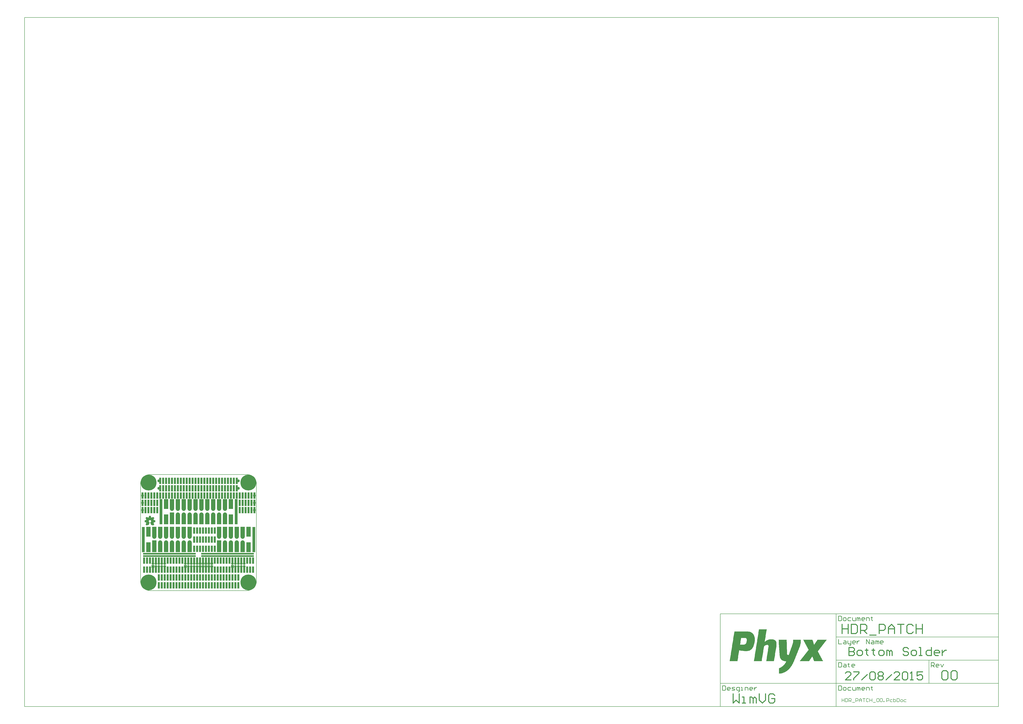
<source format=gbs>
G04 Layer_Color=16711935*
%FSLAX25Y25*%
%MOIN*%
G70*
G01*
G75*
%ADD13C,0.01575*%
%ADD15C,0.00787*%
%ADD16C,0.00984*%
%ADD27R,0.03753X0.10642*%
%ADD30R,0.04528X0.04528*%
%ADD31C,0.04528*%
%ADD32R,0.07296X0.07296*%
%ADD33C,0.07296*%
%ADD34C,0.04934*%
%ADD35C,0.26772*%
%ADD36R,0.07296X0.16548*%
%ADD37R,0.04934X0.42808*%
%ADD38R,0.89383X0.02769*%
G36*
X1121080Y-83717D02*
Y-84003D01*
Y-84290D01*
Y-84576D01*
Y-84862D01*
Y-85149D01*
Y-85435D01*
Y-85721D01*
Y-86007D01*
Y-86294D01*
Y-86580D01*
Y-86866D01*
Y-87153D01*
Y-87439D01*
Y-87725D01*
Y-88012D01*
Y-88298D01*
Y-88584D01*
Y-88871D01*
Y-89157D01*
Y-89443D01*
X1120793D01*
Y-89730D01*
Y-90016D01*
Y-90302D01*
Y-90588D01*
Y-90875D01*
X1120507D01*
Y-91161D01*
Y-91448D01*
Y-91734D01*
Y-92020D01*
X1120221D01*
Y-92306D01*
Y-92593D01*
Y-92879D01*
Y-93165D01*
X1119934D01*
Y-93452D01*
Y-93738D01*
Y-94024D01*
X1119648D01*
Y-94311D01*
Y-94597D01*
Y-94883D01*
X1119362D01*
Y-95170D01*
Y-95456D01*
Y-95742D01*
X1119075D01*
Y-96029D01*
Y-96315D01*
Y-96601D01*
X1118789D01*
Y-96887D01*
Y-97174D01*
X1118503D01*
Y-97460D01*
Y-97746D01*
X1118217D01*
Y-98033D01*
Y-98319D01*
Y-98605D01*
X1117930D01*
Y-98892D01*
Y-99178D01*
X1117644D01*
Y-99464D01*
Y-99751D01*
Y-100037D01*
X1117358D01*
Y-100323D01*
Y-100610D01*
X1117071D01*
Y-100896D01*
Y-101182D01*
Y-101468D01*
X1116785D01*
Y-101755D01*
Y-102041D01*
X1116499D01*
Y-102327D01*
Y-102614D01*
Y-102900D01*
X1116212D01*
Y-103186D01*
Y-103473D01*
X1115926D01*
Y-103759D01*
Y-104045D01*
Y-104332D01*
X1115640D01*
Y-104618D01*
Y-104904D01*
X1115353D01*
Y-105191D01*
Y-105477D01*
Y-105763D01*
X1115067D01*
Y-106049D01*
Y-106336D01*
X1114781D01*
Y-106622D01*
Y-106908D01*
Y-107195D01*
X1114494D01*
Y-107481D01*
Y-107767D01*
X1114208D01*
Y-108054D01*
Y-108340D01*
Y-108626D01*
X1113922D01*
Y-108913D01*
Y-109199D01*
X1113636D01*
Y-109485D01*
Y-109772D01*
Y-110058D01*
X1113349D01*
Y-110344D01*
Y-110630D01*
X1113063D01*
Y-110917D01*
Y-111203D01*
Y-111489D01*
X1112776D01*
Y-111776D01*
Y-112062D01*
X1112490D01*
Y-112348D01*
Y-112635D01*
Y-112921D01*
X1112204D01*
Y-113207D01*
Y-113494D01*
X1111918D01*
Y-113780D01*
Y-114066D01*
Y-114353D01*
X1111631D01*
Y-114639D01*
Y-114925D01*
X1111345D01*
Y-115211D01*
Y-115498D01*
Y-115784D01*
X1111059D01*
Y-116070D01*
Y-116357D01*
X1110772D01*
Y-116643D01*
Y-116929D01*
Y-117216D01*
X1110486D01*
Y-117502D01*
Y-117788D01*
X1110200D01*
Y-118075D01*
Y-118361D01*
Y-118647D01*
X1109913D01*
Y-118933D01*
Y-119220D01*
X1109627D01*
Y-119506D01*
Y-119792D01*
Y-120079D01*
X1109341D01*
Y-120365D01*
Y-120651D01*
X1109054D01*
Y-120938D01*
Y-121224D01*
X1108768D01*
Y-121510D01*
Y-121797D01*
X1108482D01*
Y-122083D01*
Y-122369D01*
Y-122656D01*
X1108195D01*
Y-122942D01*
X1107909D01*
Y-123228D01*
Y-123514D01*
Y-123801D01*
X1107623D01*
Y-124087D01*
X1107337D01*
Y-124373D01*
Y-124660D01*
X1107050D01*
Y-124946D01*
Y-125232D01*
X1106764D01*
Y-125519D01*
Y-125805D01*
X1106478D01*
Y-126091D01*
Y-126378D01*
X1106191D01*
Y-126664D01*
X1105905D01*
Y-126950D01*
Y-127237D01*
X1105619D01*
Y-127523D01*
Y-127809D01*
X1105332D01*
Y-128095D01*
X1105046D01*
Y-128382D01*
X1104760D01*
Y-128668D01*
Y-128954D01*
X1104473D01*
Y-129241D01*
X1104187D01*
Y-129527D01*
Y-129813D01*
X1103901D01*
Y-130100D01*
X1103615D01*
Y-130386D01*
X1103328D01*
Y-130672D01*
Y-130959D01*
X1103042D01*
Y-131245D01*
X1102756D01*
Y-131531D01*
X1102469D01*
Y-131818D01*
X1102183D01*
Y-132104D01*
X1101897D01*
Y-132390D01*
Y-132676D01*
X1101610D01*
Y-132963D01*
X1101324D01*
Y-133249D01*
X1101038D01*
Y-133535D01*
X1100751D01*
Y-133822D01*
X1100465D01*
Y-134108D01*
X1100179D01*
Y-134394D01*
X1099892D01*
Y-134681D01*
X1099320D01*
Y-134967D01*
X1099034D01*
Y-135253D01*
X1098747D01*
Y-135540D01*
X1098461D01*
Y-135826D01*
X1098175D01*
Y-136112D01*
X1097602D01*
Y-136399D01*
X1097316D01*
Y-136685D01*
X1096743D01*
Y-136971D01*
X1096457D01*
Y-137258D01*
X1095884D01*
Y-137544D01*
X1095598D01*
Y-137830D01*
X1095025D01*
Y-138117D01*
X1094452D01*
Y-138403D01*
X1093880D01*
Y-138689D01*
X1093307D01*
Y-138975D01*
X1092735D01*
Y-139262D01*
X1091876D01*
Y-139548D01*
X1091303D01*
Y-139834D01*
X1090444D01*
Y-140121D01*
X1089299D01*
Y-140407D01*
X1088154D01*
Y-140693D01*
X1086436D01*
Y-140980D01*
X1084432D01*
Y-141266D01*
X1084145D01*
Y-140980D01*
Y-140693D01*
Y-140407D01*
Y-140121D01*
Y-139834D01*
Y-139548D01*
Y-139262D01*
Y-138975D01*
Y-138689D01*
Y-138403D01*
Y-138117D01*
Y-137830D01*
Y-137544D01*
Y-137258D01*
Y-136971D01*
Y-136685D01*
Y-136399D01*
Y-136112D01*
Y-135826D01*
Y-135540D01*
Y-135253D01*
Y-134967D01*
Y-134681D01*
Y-134394D01*
Y-134108D01*
Y-133822D01*
Y-133535D01*
Y-133249D01*
Y-132963D01*
Y-132676D01*
Y-132390D01*
Y-132104D01*
Y-131818D01*
X1084718D01*
Y-131531D01*
X1085291D01*
Y-131245D01*
X1085863D01*
Y-130959D01*
X1086436D01*
Y-130672D01*
X1087008D01*
Y-130386D01*
X1087581D01*
Y-130100D01*
X1087867D01*
Y-129813D01*
X1088440D01*
Y-129527D01*
X1088726D01*
Y-129241D01*
X1089299D01*
Y-128954D01*
X1089585D01*
Y-128668D01*
X1089872D01*
Y-128382D01*
X1090444D01*
Y-128095D01*
X1090730D01*
Y-127809D01*
X1091017D01*
Y-127523D01*
X1091303D01*
Y-127237D01*
X1091589D01*
Y-126950D01*
X1091876D01*
Y-126664D01*
X1092162D01*
Y-126378D01*
X1092448D01*
Y-126091D01*
X1092735D01*
Y-125805D01*
X1093021D01*
Y-125519D01*
X1093307D01*
Y-125232D01*
X1093594D01*
Y-124946D01*
Y-124660D01*
X1093880D01*
Y-124373D01*
X1094166D01*
Y-124087D01*
X1094452D01*
Y-123801D01*
Y-123514D01*
X1094739D01*
Y-123228D01*
X1095025D01*
Y-122942D01*
Y-122656D01*
X1095311D01*
Y-122369D01*
Y-122083D01*
X1095598D01*
Y-121797D01*
X1095884D01*
Y-121510D01*
Y-121224D01*
X1096170D01*
Y-120938D01*
Y-120651D01*
X1096457D01*
Y-120365D01*
Y-120079D01*
X1094739D01*
Y-119792D01*
X1092735D01*
Y-119506D01*
X1091589D01*
Y-119220D01*
X1091017D01*
Y-118933D01*
X1090158D01*
Y-118647D01*
X1089585D01*
Y-118361D01*
X1089299D01*
Y-118075D01*
X1088726D01*
Y-117788D01*
X1088440D01*
Y-117502D01*
X1088154D01*
Y-117216D01*
X1087867D01*
Y-116929D01*
X1087581D01*
Y-116643D01*
X1087295D01*
Y-116357D01*
Y-116070D01*
X1087008D01*
Y-115784D01*
X1086722D01*
Y-115498D01*
Y-115211D01*
X1086436D01*
Y-114925D01*
Y-114639D01*
X1086149D01*
Y-114353D01*
Y-114066D01*
X1085863D01*
Y-113780D01*
Y-113494D01*
Y-113207D01*
X1085577D01*
Y-112921D01*
Y-112635D01*
Y-112348D01*
Y-112062D01*
X1085291D01*
Y-111776D01*
Y-111489D01*
Y-111203D01*
Y-110917D01*
Y-110630D01*
Y-110344D01*
Y-110058D01*
X1085004D01*
Y-109772D01*
Y-109485D01*
Y-109199D01*
Y-108913D01*
Y-108626D01*
Y-108340D01*
Y-108054D01*
Y-107767D01*
Y-107481D01*
Y-107195D01*
Y-106908D01*
Y-106622D01*
Y-106336D01*
Y-106049D01*
Y-105763D01*
X1084718D01*
Y-105477D01*
Y-105191D01*
Y-104904D01*
Y-104618D01*
Y-104332D01*
Y-104045D01*
Y-103759D01*
Y-103473D01*
Y-103186D01*
Y-102900D01*
Y-102614D01*
Y-102327D01*
Y-102041D01*
Y-101755D01*
Y-101468D01*
X1084432D01*
Y-101182D01*
Y-100896D01*
Y-100610D01*
Y-100323D01*
Y-100037D01*
Y-99751D01*
Y-99464D01*
Y-99178D01*
Y-98892D01*
Y-98605D01*
Y-98319D01*
Y-98033D01*
Y-97746D01*
Y-97460D01*
Y-97174D01*
Y-96887D01*
X1084145D01*
Y-96601D01*
Y-96315D01*
Y-96029D01*
Y-95742D01*
Y-95456D01*
Y-95170D01*
Y-94883D01*
Y-94597D01*
Y-94311D01*
Y-94024D01*
Y-93738D01*
Y-93452D01*
Y-93165D01*
Y-92879D01*
Y-92593D01*
Y-92306D01*
X1083859D01*
Y-92020D01*
Y-91734D01*
Y-91448D01*
Y-91161D01*
Y-90875D01*
Y-90588D01*
Y-90302D01*
Y-90016D01*
Y-89730D01*
Y-89443D01*
Y-89157D01*
Y-88871D01*
Y-88584D01*
Y-88298D01*
X1083573D01*
Y-88012D01*
Y-87725D01*
Y-87439D01*
Y-87153D01*
Y-86866D01*
Y-86580D01*
Y-86294D01*
Y-86007D01*
Y-85721D01*
Y-85435D01*
Y-85149D01*
Y-84862D01*
Y-84576D01*
Y-84290D01*
Y-84003D01*
Y-83717D01*
X1083286D01*
Y-83431D01*
X1097029D01*
Y-83717D01*
Y-84003D01*
Y-84290D01*
Y-84576D01*
Y-84862D01*
Y-85149D01*
Y-85435D01*
Y-85721D01*
Y-86007D01*
Y-86294D01*
Y-86580D01*
Y-86866D01*
Y-87153D01*
Y-87439D01*
X1097316D01*
Y-87725D01*
Y-88012D01*
Y-88298D01*
Y-88584D01*
Y-88871D01*
Y-89157D01*
Y-89443D01*
Y-89730D01*
Y-90016D01*
Y-90302D01*
Y-90588D01*
Y-90875D01*
Y-91161D01*
Y-91448D01*
Y-91734D01*
Y-92020D01*
Y-92306D01*
Y-92593D01*
Y-92879D01*
Y-93165D01*
Y-93452D01*
Y-93738D01*
Y-94024D01*
Y-94311D01*
Y-94597D01*
Y-94883D01*
Y-95170D01*
Y-95456D01*
Y-95742D01*
Y-96029D01*
Y-96315D01*
Y-96601D01*
Y-96887D01*
Y-97174D01*
Y-97460D01*
Y-97746D01*
Y-98033D01*
Y-98319D01*
Y-98605D01*
Y-98892D01*
Y-99178D01*
X1097602D01*
Y-99464D01*
X1097316D01*
Y-99751D01*
Y-100037D01*
X1097602D01*
Y-100323D01*
Y-100610D01*
Y-100896D01*
Y-101182D01*
Y-101468D01*
Y-101755D01*
Y-102041D01*
Y-102327D01*
Y-102614D01*
Y-102900D01*
Y-103186D01*
Y-103473D01*
Y-103759D01*
Y-104045D01*
Y-104332D01*
Y-104618D01*
Y-104904D01*
Y-105191D01*
Y-105477D01*
Y-105763D01*
Y-106049D01*
Y-106336D01*
Y-106622D01*
Y-106908D01*
Y-107195D01*
Y-107481D01*
X1097888D01*
Y-107767D01*
Y-108054D01*
Y-108340D01*
X1098175D01*
Y-108626D01*
X1098461D01*
Y-108913D01*
X1098747D01*
Y-109199D01*
X1099606D01*
Y-109485D01*
X1100465D01*
Y-109199D01*
X1100751D01*
Y-108913D01*
Y-108626D01*
Y-108340D01*
X1101038D01*
Y-108054D01*
Y-107767D01*
X1101324D01*
Y-107481D01*
Y-107195D01*
Y-106908D01*
X1101610D01*
Y-106622D01*
Y-106336D01*
Y-106049D01*
X1101897D01*
Y-105763D01*
Y-105477D01*
Y-105191D01*
X1102183D01*
Y-104904D01*
Y-104618D01*
Y-104332D01*
X1102469D01*
Y-104045D01*
Y-103759D01*
X1102756D01*
Y-103473D01*
Y-103186D01*
Y-102900D01*
X1103042D01*
Y-102614D01*
Y-102327D01*
Y-102041D01*
X1103328D01*
Y-101755D01*
Y-101468D01*
Y-101182D01*
X1103615D01*
Y-100896D01*
Y-100610D01*
X1103901D01*
Y-100323D01*
Y-100037D01*
Y-99751D01*
X1104187D01*
Y-99464D01*
Y-99178D01*
Y-98892D01*
X1104473D01*
Y-98605D01*
Y-98319D01*
Y-98033D01*
X1104760D01*
Y-97746D01*
Y-97460D01*
X1105046D01*
Y-97174D01*
Y-96887D01*
Y-96601D01*
X1105332D01*
Y-96315D01*
Y-96029D01*
Y-95742D01*
X1105619D01*
Y-95456D01*
Y-95170D01*
Y-94883D01*
X1105905D01*
Y-94597D01*
Y-94311D01*
X1106191D01*
Y-94024D01*
Y-93738D01*
Y-93452D01*
X1106478D01*
Y-93165D01*
Y-92879D01*
Y-92593D01*
X1106764D01*
Y-92306D01*
Y-92020D01*
Y-91734D01*
X1107050D01*
Y-91448D01*
Y-91161D01*
Y-90875D01*
Y-90588D01*
X1107337D01*
Y-90302D01*
Y-90016D01*
Y-89730D01*
Y-89443D01*
X1107623D01*
Y-89157D01*
Y-88871D01*
Y-88584D01*
Y-88298D01*
Y-88012D01*
X1107909D01*
Y-87725D01*
Y-87439D01*
Y-87153D01*
Y-86866D01*
Y-86580D01*
Y-86294D01*
X1108195D01*
Y-86007D01*
Y-85721D01*
Y-85435D01*
Y-85149D01*
Y-84862D01*
Y-84576D01*
Y-84290D01*
Y-84003D01*
Y-83717D01*
Y-83431D01*
X1121080D01*
Y-83717D01*
D02*
G37*
G36*
X1063244Y-66252D02*
Y-66538D01*
X1062958D01*
Y-66825D01*
Y-67111D01*
Y-67397D01*
Y-67684D01*
Y-67970D01*
Y-68256D01*
X1062672D01*
Y-68542D01*
Y-68829D01*
Y-69115D01*
Y-69401D01*
Y-69688D01*
Y-69974D01*
X1062385D01*
Y-70260D01*
Y-70547D01*
Y-70833D01*
Y-71119D01*
Y-71406D01*
Y-71692D01*
Y-71978D01*
X1062099D01*
Y-72264D01*
Y-72551D01*
Y-72837D01*
Y-73123D01*
Y-73410D01*
Y-73696D01*
X1061813D01*
Y-73982D01*
Y-74269D01*
Y-74555D01*
Y-74841D01*
Y-75128D01*
Y-75414D01*
X1061526D01*
Y-75700D01*
Y-75987D01*
Y-76273D01*
Y-76559D01*
Y-76846D01*
Y-77132D01*
Y-77418D01*
X1061240D01*
Y-77704D01*
Y-77991D01*
Y-78277D01*
Y-78563D01*
Y-78850D01*
Y-79136D01*
X1060954D01*
Y-79422D01*
Y-79709D01*
Y-79995D01*
Y-80281D01*
Y-80568D01*
Y-80854D01*
X1060668D01*
Y-81140D01*
Y-81427D01*
Y-81713D01*
Y-81999D01*
Y-82285D01*
Y-82572D01*
X1060381D01*
Y-82858D01*
Y-83144D01*
Y-83431D01*
Y-83717D01*
Y-84003D01*
Y-84290D01*
Y-84576D01*
X1060095D01*
Y-84862D01*
Y-85149D01*
Y-85435D01*
Y-85721D01*
Y-86007D01*
Y-86294D01*
X1059809D01*
Y-86580D01*
Y-86866D01*
X1060381D01*
Y-86580D01*
X1060668D01*
Y-86294D01*
X1060954D01*
Y-86007D01*
X1061526D01*
Y-85721D01*
X1061813D01*
Y-85435D01*
X1062099D01*
Y-85149D01*
X1062672D01*
Y-84862D01*
X1063244D01*
Y-84576D01*
X1063531D01*
Y-84290D01*
X1064103D01*
Y-84003D01*
X1064962D01*
Y-83717D01*
X1065535D01*
Y-83431D01*
X1066394D01*
Y-83144D01*
X1067825D01*
Y-82858D01*
X1074124D01*
Y-83144D01*
X1075270D01*
Y-83431D01*
X1076128D01*
Y-83717D01*
X1076701D01*
Y-84003D01*
X1076987D01*
Y-84290D01*
X1077560D01*
Y-84576D01*
X1077846D01*
Y-84862D01*
X1078133D01*
Y-85149D01*
X1078419D01*
Y-85435D01*
X1078705D01*
Y-85721D01*
Y-86007D01*
X1078992D01*
Y-86294D01*
Y-86580D01*
X1079278D01*
Y-86866D01*
Y-87153D01*
Y-87439D01*
X1079564D01*
Y-87725D01*
Y-88012D01*
Y-88298D01*
Y-88584D01*
X1079850D01*
Y-88871D01*
Y-89157D01*
Y-89443D01*
Y-89730D01*
Y-90016D01*
Y-90302D01*
Y-90588D01*
Y-90875D01*
Y-91161D01*
Y-91448D01*
Y-91734D01*
Y-92020D01*
Y-92306D01*
Y-92593D01*
Y-92879D01*
Y-93165D01*
Y-93452D01*
Y-93738D01*
X1079564D01*
Y-94024D01*
Y-94311D01*
Y-94597D01*
Y-94883D01*
Y-95170D01*
Y-95456D01*
Y-95742D01*
X1079278D01*
Y-96029D01*
Y-96315D01*
Y-96601D01*
Y-96887D01*
Y-97174D01*
Y-97460D01*
Y-97746D01*
X1078992D01*
Y-98033D01*
Y-98319D01*
Y-98605D01*
Y-98892D01*
Y-99178D01*
Y-99464D01*
X1078705D01*
Y-99751D01*
Y-100037D01*
Y-100323D01*
Y-100610D01*
Y-100896D01*
Y-101182D01*
X1078419D01*
Y-101468D01*
Y-101755D01*
Y-102041D01*
Y-102327D01*
Y-102614D01*
Y-102900D01*
X1078133D01*
Y-103186D01*
Y-103473D01*
Y-103759D01*
Y-104045D01*
Y-104332D01*
Y-104618D01*
Y-104904D01*
X1077846D01*
Y-105191D01*
Y-105477D01*
Y-105763D01*
Y-106049D01*
Y-106336D01*
Y-106622D01*
X1077560D01*
Y-106908D01*
Y-107195D01*
Y-107481D01*
Y-107767D01*
Y-108054D01*
Y-108340D01*
X1077274D01*
Y-108626D01*
Y-108913D01*
Y-109199D01*
Y-109485D01*
Y-109772D01*
Y-110058D01*
Y-110344D01*
X1076987D01*
Y-110630D01*
Y-110917D01*
Y-111203D01*
Y-111489D01*
Y-111776D01*
Y-112062D01*
X1076701D01*
Y-112348D01*
Y-112635D01*
Y-112921D01*
Y-113207D01*
Y-113494D01*
Y-113780D01*
X1076415D01*
Y-114066D01*
Y-114353D01*
Y-114639D01*
Y-114925D01*
Y-115211D01*
Y-115498D01*
X1076128D01*
Y-115784D01*
Y-116070D01*
Y-116357D01*
Y-116643D01*
Y-116929D01*
Y-117216D01*
Y-117502D01*
X1075842D01*
Y-117788D01*
Y-118075D01*
Y-118361D01*
Y-118647D01*
Y-118933D01*
Y-119220D01*
X1075556D01*
Y-119506D01*
Y-119792D01*
X1062385D01*
Y-119506D01*
Y-119220D01*
X1062672D01*
Y-118933D01*
Y-118647D01*
Y-118361D01*
Y-118075D01*
Y-117788D01*
Y-117502D01*
X1062958D01*
Y-117216D01*
Y-116929D01*
Y-116643D01*
Y-116357D01*
Y-116070D01*
Y-115784D01*
Y-115498D01*
X1063244D01*
Y-115211D01*
Y-114925D01*
Y-114639D01*
Y-114353D01*
Y-114066D01*
Y-113780D01*
X1063531D01*
Y-113494D01*
Y-113207D01*
Y-112921D01*
Y-112635D01*
Y-112348D01*
Y-112062D01*
X1063817D01*
Y-111776D01*
Y-111489D01*
Y-111203D01*
Y-110917D01*
Y-110630D01*
Y-110344D01*
Y-110058D01*
X1064103D01*
Y-109772D01*
Y-109485D01*
Y-109199D01*
Y-108913D01*
Y-108626D01*
Y-108340D01*
X1064390D01*
Y-108054D01*
Y-107767D01*
Y-107481D01*
Y-107195D01*
Y-106908D01*
Y-106622D01*
Y-106336D01*
X1064676D01*
Y-106049D01*
Y-105763D01*
Y-105477D01*
Y-105191D01*
Y-104904D01*
Y-104618D01*
X1064962D01*
Y-104332D01*
Y-104045D01*
Y-103759D01*
Y-103473D01*
Y-103186D01*
Y-102900D01*
X1065249D01*
Y-102614D01*
Y-102327D01*
Y-102041D01*
Y-101755D01*
Y-101468D01*
Y-101182D01*
X1065535D01*
Y-100896D01*
Y-100610D01*
Y-100323D01*
Y-100037D01*
Y-99751D01*
Y-99464D01*
Y-99178D01*
X1065821D01*
Y-98892D01*
Y-98605D01*
Y-98319D01*
Y-98033D01*
Y-97746D01*
Y-97460D01*
X1066107D01*
Y-97174D01*
Y-96887D01*
Y-96601D01*
Y-96315D01*
Y-96029D01*
Y-95742D01*
Y-95456D01*
X1066394D01*
Y-95170D01*
Y-94883D01*
Y-94597D01*
Y-94311D01*
Y-94024D01*
Y-93738D01*
X1066107D01*
Y-93452D01*
Y-93165D01*
X1065821D01*
Y-92879D01*
X1065535D01*
Y-92593D01*
X1064962D01*
Y-92306D01*
X1063244D01*
Y-92593D01*
X1061813D01*
Y-92879D01*
X1060954D01*
Y-93165D01*
X1060381D01*
Y-93452D01*
X1060095D01*
Y-93738D01*
X1059522D01*
Y-94024D01*
X1059236D01*
Y-94311D01*
X1058950D01*
Y-94597D01*
Y-94883D01*
X1058663D01*
Y-95170D01*
Y-95456D01*
Y-95742D01*
X1058377D01*
Y-96029D01*
Y-96315D01*
Y-96601D01*
Y-96887D01*
Y-97174D01*
Y-97460D01*
X1058091D01*
Y-97746D01*
Y-98033D01*
Y-98319D01*
Y-98605D01*
Y-98892D01*
Y-99178D01*
Y-99464D01*
X1057804D01*
Y-99751D01*
Y-100037D01*
Y-100323D01*
Y-100610D01*
Y-100896D01*
Y-101182D01*
X1057518D01*
Y-101468D01*
Y-101755D01*
Y-102041D01*
Y-102327D01*
Y-102614D01*
Y-102900D01*
X1057232D01*
Y-103186D01*
Y-103473D01*
Y-103759D01*
Y-104045D01*
Y-104332D01*
Y-104618D01*
X1056946D01*
Y-104904D01*
Y-105191D01*
Y-105477D01*
Y-105763D01*
Y-106049D01*
Y-106336D01*
Y-106622D01*
X1056659D01*
Y-106908D01*
Y-107195D01*
Y-107481D01*
Y-107767D01*
Y-108054D01*
Y-108340D01*
X1056373D01*
Y-108626D01*
Y-108913D01*
Y-109199D01*
Y-109485D01*
Y-109772D01*
Y-110058D01*
X1056087D01*
Y-110344D01*
Y-110630D01*
Y-110917D01*
Y-111203D01*
Y-111489D01*
Y-111776D01*
Y-112062D01*
X1055800D01*
Y-112348D01*
Y-112635D01*
Y-112921D01*
Y-113207D01*
Y-113494D01*
Y-113780D01*
X1055514D01*
Y-114066D01*
Y-114353D01*
Y-114639D01*
Y-114925D01*
Y-115211D01*
Y-115498D01*
X1055228D01*
Y-115784D01*
Y-116070D01*
Y-116357D01*
Y-116643D01*
Y-116929D01*
Y-117216D01*
X1054941D01*
Y-117502D01*
Y-117788D01*
Y-118075D01*
Y-118361D01*
Y-118647D01*
Y-118933D01*
Y-119220D01*
X1054655D01*
Y-119506D01*
Y-119792D01*
X1041485D01*
Y-119506D01*
Y-119220D01*
X1041771D01*
Y-118933D01*
Y-118647D01*
Y-118361D01*
Y-118075D01*
Y-117788D01*
Y-117502D01*
Y-117216D01*
X1042057D01*
Y-116929D01*
Y-116643D01*
Y-116357D01*
Y-116070D01*
Y-115784D01*
Y-115498D01*
X1042344D01*
Y-115211D01*
Y-114925D01*
Y-114639D01*
Y-114353D01*
Y-114066D01*
Y-113780D01*
X1042630D01*
Y-113494D01*
Y-113207D01*
Y-112921D01*
Y-112635D01*
Y-112348D01*
Y-112062D01*
Y-111776D01*
X1042916D01*
Y-111489D01*
Y-111203D01*
Y-110917D01*
Y-110630D01*
Y-110344D01*
Y-110058D01*
X1043202D01*
Y-109772D01*
Y-109485D01*
Y-109199D01*
Y-108913D01*
Y-108626D01*
Y-108340D01*
X1043489D01*
Y-108054D01*
Y-107767D01*
Y-107481D01*
Y-107195D01*
Y-106908D01*
Y-106622D01*
X1043775D01*
Y-106336D01*
Y-106049D01*
Y-105763D01*
Y-105477D01*
Y-105191D01*
Y-104904D01*
Y-104618D01*
X1044061D01*
Y-104332D01*
Y-104045D01*
Y-103759D01*
Y-103473D01*
Y-103186D01*
Y-102900D01*
X1044348D01*
Y-102614D01*
Y-102327D01*
Y-102041D01*
Y-101755D01*
Y-101468D01*
Y-101182D01*
X1044634D01*
Y-100896D01*
Y-100610D01*
Y-100323D01*
Y-100037D01*
Y-99751D01*
Y-99464D01*
Y-99178D01*
X1044920D01*
Y-98892D01*
Y-98605D01*
Y-98319D01*
Y-98033D01*
Y-97746D01*
Y-97460D01*
X1045207D01*
Y-97174D01*
Y-96887D01*
Y-96601D01*
Y-96315D01*
Y-96029D01*
Y-95742D01*
X1045493D01*
Y-95456D01*
Y-95170D01*
Y-94883D01*
Y-94597D01*
Y-94311D01*
Y-94024D01*
X1045779D01*
Y-93738D01*
Y-93452D01*
Y-93165D01*
Y-92879D01*
Y-92593D01*
Y-92306D01*
Y-92020D01*
X1046066D01*
Y-91734D01*
Y-91448D01*
Y-91161D01*
Y-90875D01*
Y-90588D01*
Y-90302D01*
X1046352D01*
Y-90016D01*
Y-89730D01*
Y-89443D01*
Y-89157D01*
Y-88871D01*
Y-88584D01*
X1046638D01*
Y-88298D01*
Y-88012D01*
Y-87725D01*
Y-87439D01*
Y-87153D01*
Y-86866D01*
X1046925D01*
Y-86580D01*
Y-86294D01*
Y-86007D01*
Y-85721D01*
Y-85435D01*
Y-85149D01*
Y-84862D01*
X1047211D01*
Y-84576D01*
Y-84290D01*
Y-84003D01*
Y-83717D01*
Y-83431D01*
Y-83144D01*
X1047497D01*
Y-82858D01*
Y-82572D01*
Y-82285D01*
Y-81999D01*
Y-81713D01*
Y-81427D01*
X1047783D01*
Y-81140D01*
Y-80854D01*
Y-80568D01*
Y-80281D01*
Y-79995D01*
Y-79709D01*
Y-79422D01*
X1048070D01*
Y-79136D01*
Y-78850D01*
Y-78563D01*
Y-78277D01*
Y-77991D01*
Y-77704D01*
X1048356D01*
Y-77418D01*
Y-77132D01*
Y-76846D01*
Y-76559D01*
Y-76273D01*
Y-75987D01*
X1048642D01*
Y-75700D01*
Y-75414D01*
Y-75128D01*
Y-74841D01*
Y-74555D01*
Y-74269D01*
X1048929D01*
Y-73982D01*
Y-73696D01*
Y-73410D01*
Y-73123D01*
Y-72837D01*
Y-72551D01*
Y-72264D01*
X1049215D01*
Y-71978D01*
Y-71692D01*
Y-71406D01*
Y-71119D01*
Y-70833D01*
Y-70547D01*
X1049501D01*
Y-70260D01*
Y-69974D01*
Y-69688D01*
Y-69401D01*
Y-69115D01*
Y-68829D01*
X1049788D01*
Y-68542D01*
Y-68256D01*
Y-67970D01*
Y-67684D01*
Y-67397D01*
Y-67111D01*
Y-66825D01*
X1050074D01*
Y-66538D01*
Y-66252D01*
Y-65966D01*
X1063244D01*
Y-66252D01*
D02*
G37*
G36*
X1032036Y-69688D02*
X1033754D01*
Y-69974D01*
X1034613D01*
Y-70260D01*
X1035472D01*
Y-70547D01*
X1036331D01*
Y-70833D01*
X1036904D01*
Y-71119D01*
X1037190D01*
Y-71406D01*
X1037763D01*
Y-71692D01*
X1038049D01*
Y-71978D01*
X1038622D01*
Y-72264D01*
X1038908D01*
Y-72551D01*
X1039194D01*
Y-72837D01*
X1039480D01*
Y-73123D01*
X1039767D01*
Y-73410D01*
X1040053D01*
Y-73696D01*
X1040339D01*
Y-73982D01*
Y-74269D01*
X1040626D01*
Y-74555D01*
X1040912D01*
Y-74841D01*
Y-75128D01*
X1041198D01*
Y-75414D01*
X1041485D01*
Y-75700D01*
Y-75987D01*
X1041771D01*
Y-76273D01*
Y-76559D01*
Y-76846D01*
X1042057D01*
Y-77132D01*
Y-77418D01*
Y-77704D01*
X1042344D01*
Y-77991D01*
Y-78277D01*
Y-78563D01*
Y-78850D01*
X1042630D01*
Y-79136D01*
Y-79422D01*
Y-79709D01*
Y-79995D01*
Y-80281D01*
X1042916D01*
Y-80568D01*
Y-80854D01*
Y-81140D01*
Y-81427D01*
Y-81713D01*
Y-81999D01*
Y-82285D01*
Y-82572D01*
Y-82858D01*
Y-83144D01*
Y-83431D01*
Y-83717D01*
Y-84003D01*
Y-84290D01*
Y-84576D01*
Y-84862D01*
Y-85149D01*
Y-85435D01*
Y-85721D01*
Y-86007D01*
X1042630D01*
Y-86294D01*
Y-86580D01*
Y-86866D01*
Y-87153D01*
Y-87439D01*
Y-87725D01*
Y-88012D01*
X1042344D01*
Y-88298D01*
Y-88584D01*
Y-88871D01*
Y-89157D01*
Y-89443D01*
X1042057D01*
Y-89730D01*
Y-90016D01*
Y-90302D01*
Y-90588D01*
Y-90875D01*
X1041771D01*
Y-91161D01*
Y-91448D01*
Y-91734D01*
X1041485D01*
Y-92020D01*
Y-92306D01*
Y-92593D01*
Y-92879D01*
X1041198D01*
Y-93165D01*
Y-93452D01*
Y-93738D01*
X1040912D01*
Y-94024D01*
Y-94311D01*
X1040626D01*
Y-94597D01*
Y-94883D01*
Y-95170D01*
X1040339D01*
Y-95456D01*
Y-95742D01*
X1040053D01*
Y-96029D01*
Y-96315D01*
X1039767D01*
Y-96601D01*
Y-96887D01*
X1039480D01*
Y-97174D01*
X1039194D01*
Y-97460D01*
Y-97746D01*
X1038908D01*
Y-98033D01*
X1038622D01*
Y-98319D01*
X1038335D01*
Y-98605D01*
Y-98892D01*
X1038049D01*
Y-99178D01*
X1037763D01*
Y-99464D01*
X1037476D01*
Y-99751D01*
X1037190D01*
Y-100037D01*
X1036904D01*
Y-100323D01*
X1036331D01*
Y-100610D01*
X1036045D01*
Y-100896D01*
X1035472D01*
Y-101182D01*
X1035186D01*
Y-101468D01*
X1034613D01*
Y-101755D01*
X1033754D01*
Y-102041D01*
X1032895D01*
Y-102327D01*
X1032036D01*
Y-102614D01*
X1030318D01*
Y-102900D01*
X1025165D01*
Y-102614D01*
X1022588D01*
Y-102327D01*
X1020584D01*
Y-102041D01*
X1019152D01*
Y-101755D01*
X1017721D01*
Y-101468D01*
X1016289D01*
Y-101755D01*
Y-102041D01*
Y-102327D01*
Y-102614D01*
Y-102900D01*
Y-103186D01*
Y-103473D01*
X1016003D01*
Y-103759D01*
Y-104045D01*
Y-104332D01*
Y-104618D01*
Y-104904D01*
Y-105191D01*
X1015716D01*
Y-105477D01*
Y-105763D01*
Y-106049D01*
Y-106336D01*
Y-106622D01*
Y-106908D01*
X1015430D01*
Y-107195D01*
Y-107481D01*
Y-107767D01*
Y-108054D01*
Y-108340D01*
Y-108626D01*
Y-108913D01*
X1015144D01*
Y-109199D01*
Y-109485D01*
Y-109772D01*
Y-110058D01*
Y-110344D01*
Y-110630D01*
X1014857D01*
Y-110917D01*
Y-111203D01*
Y-111489D01*
Y-111776D01*
Y-112062D01*
Y-112348D01*
X1014571D01*
Y-112635D01*
Y-112921D01*
Y-113207D01*
Y-113494D01*
Y-113780D01*
Y-114066D01*
Y-114353D01*
X1014285D01*
Y-114639D01*
Y-114925D01*
Y-115211D01*
Y-115498D01*
Y-115784D01*
Y-116070D01*
X1013999D01*
Y-116357D01*
Y-116643D01*
Y-116929D01*
Y-117216D01*
Y-117502D01*
Y-117788D01*
X1013712D01*
Y-118075D01*
Y-118361D01*
Y-118647D01*
Y-118933D01*
Y-119220D01*
Y-119506D01*
Y-119792D01*
X1000256D01*
Y-119506D01*
X1000542D01*
Y-119220D01*
Y-118933D01*
Y-118647D01*
Y-118361D01*
Y-118075D01*
X1000828D01*
Y-117788D01*
Y-117502D01*
Y-117216D01*
Y-116929D01*
Y-116643D01*
Y-116357D01*
Y-116070D01*
X1001114D01*
Y-115784D01*
Y-115498D01*
Y-115211D01*
Y-114925D01*
Y-114639D01*
Y-114353D01*
X1001401D01*
Y-114066D01*
Y-113780D01*
Y-113494D01*
Y-113207D01*
Y-112921D01*
Y-112635D01*
X1001687D01*
Y-112348D01*
Y-112062D01*
Y-111776D01*
Y-111489D01*
Y-111203D01*
Y-110917D01*
Y-110630D01*
X1001974D01*
Y-110344D01*
Y-110058D01*
Y-109772D01*
Y-109485D01*
Y-109199D01*
Y-108913D01*
X1002260D01*
Y-108626D01*
Y-108340D01*
Y-108054D01*
Y-107767D01*
Y-107481D01*
Y-107195D01*
X1002546D01*
Y-106908D01*
Y-106622D01*
Y-106336D01*
Y-106049D01*
Y-105763D01*
Y-105477D01*
X1002832D01*
Y-105191D01*
Y-104904D01*
Y-104618D01*
Y-104332D01*
Y-104045D01*
Y-103759D01*
Y-103473D01*
X1003119D01*
Y-103186D01*
Y-102900D01*
Y-102614D01*
Y-102327D01*
Y-102041D01*
Y-101755D01*
X1003405D01*
Y-101468D01*
Y-101182D01*
Y-100896D01*
Y-100610D01*
Y-100323D01*
Y-100037D01*
X1003691D01*
Y-99751D01*
Y-99464D01*
Y-99178D01*
Y-98892D01*
Y-98605D01*
Y-98319D01*
X1003978D01*
Y-98033D01*
Y-97746D01*
Y-97460D01*
Y-97174D01*
Y-96887D01*
Y-96601D01*
Y-96315D01*
X1004264D01*
Y-96029D01*
Y-95742D01*
Y-95456D01*
Y-95170D01*
Y-94883D01*
Y-94597D01*
X1004550D01*
Y-94311D01*
Y-94024D01*
Y-93738D01*
Y-93452D01*
Y-93165D01*
Y-92879D01*
X1004837D01*
Y-92593D01*
Y-92306D01*
Y-92020D01*
Y-91734D01*
Y-91448D01*
Y-91161D01*
Y-90875D01*
X1005123D01*
Y-90588D01*
Y-90302D01*
Y-90016D01*
Y-89730D01*
Y-89443D01*
Y-89157D01*
X1005409D01*
Y-88871D01*
Y-88584D01*
Y-88298D01*
Y-88012D01*
Y-87725D01*
Y-87439D01*
X1005696D01*
Y-87153D01*
Y-86866D01*
Y-86580D01*
Y-86294D01*
Y-86007D01*
Y-85721D01*
X1005982D01*
Y-85435D01*
Y-85149D01*
Y-84862D01*
Y-84576D01*
Y-84290D01*
Y-84003D01*
Y-83717D01*
X1006268D01*
Y-83431D01*
Y-83144D01*
Y-82858D01*
Y-82572D01*
Y-82285D01*
Y-81999D01*
X1006555D01*
Y-81713D01*
Y-81427D01*
Y-81140D01*
Y-80854D01*
Y-80568D01*
Y-80281D01*
X1006841D01*
Y-79995D01*
Y-79709D01*
Y-79422D01*
Y-79136D01*
Y-78850D01*
Y-78563D01*
Y-78277D01*
X1007127D01*
Y-77991D01*
Y-77704D01*
Y-77418D01*
Y-77132D01*
Y-76846D01*
Y-76559D01*
X1007413D01*
Y-76273D01*
Y-75987D01*
Y-75700D01*
Y-75414D01*
Y-75128D01*
Y-74841D01*
X1007700D01*
Y-74555D01*
Y-74269D01*
Y-73982D01*
Y-73696D01*
Y-73410D01*
Y-73123D01*
Y-72837D01*
X1007986D01*
Y-72551D01*
Y-72264D01*
Y-71978D01*
Y-71692D01*
Y-71406D01*
Y-71119D01*
X1008272D01*
Y-70833D01*
Y-70547D01*
Y-70260D01*
Y-69974D01*
Y-69688D01*
Y-69401D01*
X1032036D01*
Y-69688D01*
D02*
G37*
G36*
X1165172Y-83717D02*
X1164886D01*
Y-84003D01*
X1164599D01*
Y-84290D01*
Y-84576D01*
X1164313D01*
Y-84862D01*
X1164027D01*
Y-85149D01*
X1163740D01*
Y-85435D01*
Y-85721D01*
X1163454D01*
Y-86007D01*
X1163168D01*
Y-86294D01*
X1162881D01*
Y-86580D01*
X1162595D01*
Y-86866D01*
Y-87153D01*
X1162309D01*
Y-87439D01*
X1162022D01*
Y-87725D01*
X1161736D01*
Y-88012D01*
Y-88298D01*
X1161450D01*
Y-88584D01*
X1161163D01*
Y-88871D01*
X1160877D01*
Y-89157D01*
X1160591D01*
Y-89443D01*
Y-89730D01*
X1160305D01*
Y-90016D01*
X1160018D01*
Y-90302D01*
X1159732D01*
Y-90588D01*
Y-90875D01*
X1159445D01*
Y-91161D01*
X1159159D01*
Y-91448D01*
X1158873D01*
Y-91734D01*
Y-92020D01*
X1158587D01*
Y-92306D01*
X1158300D01*
Y-92593D01*
X1158014D01*
Y-92879D01*
X1157728D01*
Y-93165D01*
Y-93452D01*
X1157441D01*
Y-93738D01*
X1157155D01*
Y-94024D01*
X1156869D01*
Y-94311D01*
Y-94597D01*
X1156582D01*
Y-94883D01*
X1156296D01*
Y-95170D01*
X1156010D01*
Y-95456D01*
Y-95742D01*
X1155723D01*
Y-96029D01*
X1155437D01*
Y-96315D01*
X1155151D01*
Y-96601D01*
X1154865D01*
Y-96887D01*
Y-97174D01*
X1154578D01*
Y-97460D01*
X1154292D01*
Y-97746D01*
X1154006D01*
Y-98033D01*
Y-98319D01*
X1153719D01*
Y-98605D01*
X1153433D01*
Y-98892D01*
X1153147D01*
Y-99178D01*
Y-99464D01*
X1152860D01*
Y-99751D01*
X1152574D01*
Y-100037D01*
X1152288D01*
Y-100323D01*
X1152001D01*
Y-100610D01*
Y-100896D01*
X1151715D01*
Y-101182D01*
X1151429D01*
Y-101468D01*
X1151142D01*
Y-101755D01*
Y-102041D01*
X1150856D01*
Y-102327D01*
X1150570D01*
Y-102614D01*
X1150284D01*
Y-102900D01*
X1149997D01*
Y-103186D01*
Y-103473D01*
X1150284D01*
Y-103759D01*
Y-104045D01*
X1150570D01*
Y-104332D01*
Y-104618D01*
X1150856D01*
Y-104904D01*
X1151142D01*
Y-105191D01*
Y-105477D01*
X1151429D01*
Y-105763D01*
Y-106049D01*
X1151715D01*
Y-106336D01*
Y-106622D01*
X1152001D01*
Y-106908D01*
Y-107195D01*
X1152288D01*
Y-107481D01*
Y-107767D01*
X1152574D01*
Y-108054D01*
Y-108340D01*
X1152860D01*
Y-108626D01*
Y-108913D01*
X1153147D01*
Y-109199D01*
Y-109485D01*
X1153433D01*
Y-109772D01*
X1153719D01*
Y-110058D01*
Y-110344D01*
X1154006D01*
Y-110630D01*
Y-110917D01*
X1154292D01*
Y-111203D01*
Y-111489D01*
X1154578D01*
Y-111776D01*
Y-112062D01*
X1154865D01*
Y-112348D01*
Y-112635D01*
X1155151D01*
Y-112921D01*
Y-113207D01*
X1155437D01*
Y-113494D01*
Y-113780D01*
X1155723D01*
Y-114066D01*
X1156010D01*
Y-114353D01*
Y-114639D01*
X1156296D01*
Y-114925D01*
Y-115211D01*
X1156582D01*
Y-115498D01*
Y-115784D01*
X1156869D01*
Y-116070D01*
Y-116357D01*
X1157155D01*
Y-116643D01*
Y-116929D01*
X1157441D01*
Y-117216D01*
Y-117502D01*
X1157728D01*
Y-117788D01*
Y-118075D01*
X1158014D01*
Y-118361D01*
X1158300D01*
Y-118647D01*
Y-118933D01*
X1158587D01*
Y-119220D01*
Y-119506D01*
X1158873D01*
Y-119792D01*
X1143698D01*
Y-119506D01*
X1143412D01*
Y-119220D01*
Y-118933D01*
Y-118647D01*
X1143126D01*
Y-118361D01*
Y-118075D01*
Y-117788D01*
X1142839D01*
Y-117502D01*
Y-117216D01*
X1142553D01*
Y-116929D01*
Y-116643D01*
Y-116357D01*
X1142267D01*
Y-116070D01*
Y-115784D01*
Y-115498D01*
X1141980D01*
Y-115211D01*
Y-114925D01*
X1141694D01*
Y-114639D01*
Y-114353D01*
Y-114066D01*
X1141408D01*
Y-113780D01*
Y-113494D01*
Y-113207D01*
X1141121D01*
Y-112921D01*
Y-112635D01*
Y-112348D01*
X1140835D01*
Y-112062D01*
X1140263D01*
Y-112348D01*
Y-112635D01*
X1139976D01*
Y-112921D01*
X1139690D01*
Y-113207D01*
Y-113494D01*
X1139404D01*
Y-113780D01*
X1139117D01*
Y-114066D01*
Y-114353D01*
X1138831D01*
Y-114639D01*
X1138545D01*
Y-114925D01*
Y-115211D01*
X1138258D01*
Y-115498D01*
X1137972D01*
Y-115784D01*
X1137686D01*
Y-116070D01*
Y-116357D01*
X1137399D01*
Y-116643D01*
X1137113D01*
Y-116929D01*
Y-117216D01*
X1136827D01*
Y-117502D01*
X1136541D01*
Y-117788D01*
Y-118075D01*
X1136254D01*
Y-118361D01*
X1135968D01*
Y-118647D01*
Y-118933D01*
X1135682D01*
Y-119220D01*
X1135395D01*
Y-119506D01*
Y-119792D01*
X1119362D01*
Y-119506D01*
X1119648D01*
Y-119220D01*
X1119934D01*
Y-118933D01*
X1120221D01*
Y-118647D01*
X1120507D01*
Y-118361D01*
Y-118075D01*
X1120793D01*
Y-117788D01*
X1121080D01*
Y-117502D01*
X1121366D01*
Y-117216D01*
X1121652D01*
Y-116929D01*
Y-116643D01*
X1121939D01*
Y-116357D01*
X1122225D01*
Y-116070D01*
X1122511D01*
Y-115784D01*
Y-115498D01*
X1122797D01*
Y-115211D01*
X1123084D01*
Y-114925D01*
X1123370D01*
Y-114639D01*
X1123656D01*
Y-114353D01*
Y-114066D01*
X1123943D01*
Y-113780D01*
X1124229D01*
Y-113494D01*
X1124515D01*
Y-113207D01*
X1124802D01*
Y-112921D01*
Y-112635D01*
X1125088D01*
Y-112348D01*
X1125374D01*
Y-112062D01*
X1125661D01*
Y-111776D01*
Y-111489D01*
X1125947D01*
Y-111203D01*
X1126233D01*
Y-110917D01*
X1126519D01*
Y-110630D01*
X1126806D01*
Y-110344D01*
Y-110058D01*
X1127092D01*
Y-109772D01*
X1127378D01*
Y-109485D01*
X1127665D01*
Y-109199D01*
Y-108913D01*
X1127951D01*
Y-108626D01*
X1128237D01*
Y-108340D01*
X1128524D01*
Y-108054D01*
X1128810D01*
Y-107767D01*
Y-107481D01*
X1129096D01*
Y-107195D01*
X1129383D01*
Y-106908D01*
X1129669D01*
Y-106622D01*
Y-106336D01*
X1129955D01*
Y-106049D01*
X1130242D01*
Y-105763D01*
X1130528D01*
Y-105477D01*
X1130814D01*
Y-105191D01*
Y-104904D01*
X1131100D01*
Y-104618D01*
X1131387D01*
Y-104332D01*
X1131673D01*
Y-104045D01*
X1131960D01*
Y-103759D01*
Y-103473D01*
X1132246D01*
Y-103186D01*
X1132532D01*
Y-102900D01*
X1132818D01*
Y-102614D01*
Y-102327D01*
X1133105D01*
Y-102041D01*
X1133391D01*
Y-101755D01*
X1133677D01*
Y-101468D01*
X1133964D01*
Y-101182D01*
Y-100896D01*
X1134250D01*
Y-100610D01*
Y-100323D01*
Y-100037D01*
X1133964D01*
Y-99751D01*
X1133677D01*
Y-99464D01*
Y-99178D01*
X1133391D01*
Y-98892D01*
Y-98605D01*
X1133105D01*
Y-98319D01*
Y-98033D01*
X1132818D01*
Y-97746D01*
Y-97460D01*
X1132532D01*
Y-97174D01*
Y-96887D01*
X1132246D01*
Y-96601D01*
Y-96315D01*
X1131960D01*
Y-96029D01*
X1131673D01*
Y-95742D01*
Y-95456D01*
X1131387D01*
Y-95170D01*
Y-94883D01*
X1131100D01*
Y-94597D01*
Y-94311D01*
X1130814D01*
Y-94024D01*
Y-93738D01*
X1130528D01*
Y-93452D01*
Y-93165D01*
X1130242D01*
Y-92879D01*
Y-92593D01*
X1129955D01*
Y-92306D01*
X1129669D01*
Y-92020D01*
Y-91734D01*
X1129383D01*
Y-91448D01*
Y-91161D01*
X1129096D01*
Y-90875D01*
Y-90588D01*
X1128810D01*
Y-90302D01*
Y-90016D01*
X1128524D01*
Y-89730D01*
Y-89443D01*
X1128237D01*
Y-89157D01*
Y-88871D01*
X1127951D01*
Y-88584D01*
Y-88298D01*
X1127665D01*
Y-88012D01*
X1127378D01*
Y-87725D01*
Y-87439D01*
X1127092D01*
Y-87153D01*
Y-86866D01*
X1126806D01*
Y-86580D01*
Y-86294D01*
X1126519D01*
Y-86007D01*
Y-85721D01*
X1126233D01*
Y-85435D01*
Y-85149D01*
X1125947D01*
Y-84862D01*
Y-84576D01*
X1125661D01*
Y-84290D01*
X1125374D01*
Y-84003D01*
Y-83717D01*
X1125088D01*
Y-83431D01*
X1140835D01*
Y-83717D01*
X1141121D01*
Y-84003D01*
Y-84290D01*
Y-84576D01*
X1141408D01*
Y-84862D01*
Y-85149D01*
Y-85435D01*
X1141694D01*
Y-85721D01*
Y-86007D01*
Y-86294D01*
X1141980D01*
Y-86580D01*
Y-86866D01*
Y-87153D01*
X1142267D01*
Y-87439D01*
Y-87725D01*
Y-88012D01*
X1142553D01*
Y-88298D01*
Y-88584D01*
Y-88871D01*
X1142839D01*
Y-89157D01*
Y-89443D01*
Y-89730D01*
X1143126D01*
Y-90016D01*
Y-90302D01*
Y-90588D01*
X1143412D01*
Y-90875D01*
Y-91161D01*
Y-91448D01*
Y-91734D01*
X1143985D01*
Y-91448D01*
X1144271D01*
Y-91161D01*
X1144557D01*
Y-90875D01*
Y-90588D01*
X1144844D01*
Y-90302D01*
X1145130D01*
Y-90016D01*
Y-89730D01*
X1145416D01*
Y-89443D01*
X1145702D01*
Y-89157D01*
Y-88871D01*
X1145989D01*
Y-88584D01*
X1146275D01*
Y-88298D01*
Y-88012D01*
X1146561D01*
Y-87725D01*
X1146848D01*
Y-87439D01*
Y-87153D01*
X1147134D01*
Y-86866D01*
X1147420D01*
Y-86580D01*
Y-86294D01*
X1147707D01*
Y-86007D01*
X1147993D01*
Y-85721D01*
Y-85435D01*
X1148279D01*
Y-85149D01*
X1148566D01*
Y-84862D01*
Y-84576D01*
X1148852D01*
Y-84290D01*
X1149138D01*
Y-84003D01*
Y-83717D01*
X1149425D01*
Y-83431D01*
X1165172D01*
Y-83717D01*
D02*
G37*
%LPC*%
G36*
X1027742Y-80568D02*
X1019725D01*
Y-80854D01*
Y-81140D01*
Y-81427D01*
Y-81713D01*
Y-81999D01*
X1019438D01*
Y-82285D01*
Y-82572D01*
Y-82858D01*
Y-83144D01*
Y-83431D01*
Y-83717D01*
X1019152D01*
Y-84003D01*
Y-84290D01*
Y-84576D01*
Y-84862D01*
Y-85149D01*
Y-85435D01*
X1018866D01*
Y-85721D01*
Y-86007D01*
Y-86294D01*
Y-86580D01*
Y-86866D01*
Y-87153D01*
X1018580D01*
Y-87439D01*
Y-87725D01*
Y-88012D01*
Y-88298D01*
Y-88584D01*
Y-88871D01*
Y-89157D01*
X1018293D01*
Y-89443D01*
Y-89730D01*
Y-90016D01*
Y-90302D01*
Y-90588D01*
Y-90875D01*
X1018007D01*
Y-91161D01*
Y-91448D01*
Y-91734D01*
X1025165D01*
Y-91448D01*
X1026310D01*
Y-91161D01*
X1026883D01*
Y-90875D01*
X1027169D01*
Y-90588D01*
X1027455D01*
Y-90302D01*
X1027742D01*
Y-90016D01*
X1028028D01*
Y-89730D01*
Y-89443D01*
X1028314D01*
Y-89157D01*
Y-88871D01*
X1028601D01*
Y-88584D01*
Y-88298D01*
X1028887D01*
Y-88012D01*
Y-87725D01*
Y-87439D01*
Y-87153D01*
X1029173D01*
Y-86866D01*
Y-86580D01*
Y-86294D01*
Y-86007D01*
Y-85721D01*
X1029459D01*
Y-85435D01*
Y-85149D01*
Y-84862D01*
Y-84576D01*
Y-84290D01*
Y-84003D01*
Y-83717D01*
Y-83431D01*
Y-83144D01*
Y-82858D01*
Y-82572D01*
X1029173D01*
Y-82285D01*
Y-81999D01*
X1028887D01*
Y-81713D01*
Y-81427D01*
X1028601D01*
Y-81140D01*
X1028314D01*
Y-80854D01*
X1027742D01*
Y-80568D01*
D02*
G37*
%LPD*%
G36*
X17160Y126692D02*
X17212Y126682D01*
X17261Y126665D01*
X17308Y126642D01*
X17352Y126613D01*
X17391Y126579D01*
X17418Y126548D01*
X17450Y126520D01*
X17477Y126489D01*
X17508Y126462D01*
X17542Y126423D01*
X17571Y126379D01*
X17595Y126332D01*
X17612Y126282D01*
X17622Y126231D01*
X17625Y126179D01*
Y126120D01*
X17623Y126091D01*
X17624Y126089D01*
X17625Y126062D01*
Y126004D01*
X17624Y125980D01*
X17630Y125971D01*
X17653Y125924D01*
X17670Y125874D01*
X17680Y125823D01*
X17684Y125771D01*
Y125712D01*
Y125687D01*
X17688Y125680D01*
X17711Y125633D01*
X17728Y125583D01*
X17738Y125531D01*
X17742Y125479D01*
Y125421D01*
X17740Y125392D01*
X17742Y125363D01*
Y125337D01*
X17746Y125330D01*
X17770Y125283D01*
X17786Y125233D01*
X17797Y125182D01*
X17800Y125129D01*
Y125104D01*
X17805Y125097D01*
X17828Y125050D01*
X17845Y125000D01*
X17855Y124949D01*
X17858Y124896D01*
Y124838D01*
X17856Y124809D01*
X17858Y124780D01*
Y124722D01*
X17857Y124698D01*
X17863Y124689D01*
X17886Y124642D01*
X17903Y124592D01*
X17913Y124541D01*
X17914Y124524D01*
X17921Y124514D01*
X17944Y124467D01*
X17961Y124417D01*
X17971Y124366D01*
X17975Y124314D01*
Y124255D01*
X17973Y124226D01*
X17974Y124211D01*
X18008Y124195D01*
X18018Y124188D01*
X18034Y124187D01*
X18086Y124176D01*
X18135Y124160D01*
X18182Y124136D01*
X18193Y124129D01*
X18209Y124128D01*
X18261Y124118D01*
X18310Y124101D01*
X18357Y124078D01*
X18401Y124049D01*
X18440Y124014D01*
X18443Y124012D01*
X18486Y124003D01*
X18494Y124002D01*
X18543Y123985D01*
X18590Y123961D01*
X18634Y123932D01*
X18673Y123898D01*
X18676Y123895D01*
X18727Y123885D01*
X18777Y123868D01*
X18823Y123845D01*
X18834Y123838D01*
X18850Y123837D01*
X18902Y123827D01*
X18951Y123810D01*
X18998Y123787D01*
X19009Y123780D01*
X19025Y123779D01*
X19076Y123768D01*
X19126Y123751D01*
X19173Y123728D01*
X19177Y123726D01*
X19180Y123728D01*
X19227Y123751D01*
X19277Y123768D01*
X19328Y123778D01*
X19330Y123781D01*
X19361Y123809D01*
X19389Y123839D01*
X19420Y123867D01*
X19447Y123898D01*
X19486Y123932D01*
X19530Y123961D01*
X19577Y123985D01*
X19600Y123993D01*
X19604Y123994D01*
X19622Y124014D01*
X19661Y124049D01*
X19705Y124078D01*
X19752Y124101D01*
X19779Y124110D01*
X19797Y124131D01*
X19828Y124158D01*
X19855Y124189D01*
X19856Y124190D01*
X19886Y124216D01*
X19913Y124247D01*
X19952Y124282D01*
X19996Y124311D01*
X20043Y124334D01*
X20093Y124351D01*
X20144Y124361D01*
X20146Y124364D01*
X20186Y124399D01*
X20229Y124428D01*
X20276Y124451D01*
X20303Y124460D01*
X20321Y124480D01*
X20360Y124515D01*
X20404Y124544D01*
X20451Y124567D01*
X20478Y124576D01*
X20496Y124597D01*
X20527Y124624D01*
X20554Y124655D01*
X20585Y124683D01*
X20591Y124689D01*
X20613Y124714D01*
X20652Y124748D01*
X20696Y124777D01*
X20742Y124801D01*
X20792Y124817D01*
X20843Y124828D01*
X20846Y124830D01*
X20885Y124865D01*
X20929Y124894D01*
X20976Y124917D01*
X21025Y124934D01*
X21077Y124944D01*
X21129Y124948D01*
X21304D01*
X21356Y124944D01*
X21408Y124934D01*
X21457Y124917D01*
X21504Y124894D01*
X21548Y124865D01*
X21587Y124830D01*
X21614Y124799D01*
X21639Y124777D01*
X21646Y124772D01*
X21673Y124741D01*
X21704Y124714D01*
X21731Y124682D01*
X21762Y124655D01*
X21789Y124624D01*
X21820Y124597D01*
X21848Y124566D01*
X21879Y124539D01*
X21906Y124508D01*
X21937Y124480D01*
X21964Y124450D01*
X21995Y124422D01*
X22023Y124391D01*
X22053Y124364D01*
X22081Y124333D01*
X22112Y124306D01*
X22139Y124275D01*
X22161Y124255D01*
X22170Y124247D01*
X22197Y124216D01*
X22228Y124189D01*
X22256Y124158D01*
X22280Y124136D01*
X22287Y124131D01*
X22314Y124100D01*
X22344Y124073D01*
X22345Y124073D01*
X22372Y124042D01*
X22403Y124014D01*
X22431Y123983D01*
X22461Y123956D01*
X22489Y123925D01*
X22520Y123898D01*
X22547Y123867D01*
X22578Y123839D01*
X22605Y123808D01*
X22635Y123782D01*
X22636Y123781D01*
X22664Y123750D01*
X22695Y123723D01*
X22722Y123692D01*
X22753Y123665D01*
X22780Y123634D01*
X22811Y123606D01*
X22838Y123575D01*
X22869Y123548D01*
X22897Y123517D01*
X22928Y123490D01*
X22955Y123459D01*
X22986Y123432D01*
X23013Y123400D01*
X23044Y123373D01*
X23072Y123342D01*
X23102Y123315D01*
X23130Y123284D01*
X23143Y123273D01*
X23161Y123257D01*
X23195Y123217D01*
X23224Y123174D01*
X23248Y123127D01*
X23265Y123077D01*
X23275Y123026D01*
X23278Y122973D01*
Y122915D01*
Y122857D01*
Y122798D01*
X23275Y122746D01*
X23265Y122695D01*
X23248Y122645D01*
X23224Y122598D01*
X23195Y122554D01*
X23161Y122515D01*
X23130Y122488D01*
X23102Y122457D01*
X23100Y122454D01*
X23090Y122403D01*
X23073Y122354D01*
X23050Y122307D01*
X23021Y122263D01*
X22986Y122224D01*
X22955Y122196D01*
X22930Y122168D01*
X22928Y122165D01*
X22897Y122138D01*
X22869Y122107D01*
X22867Y122105D01*
X22857Y122054D01*
X22840Y122004D01*
X22817Y121957D01*
X22787Y121913D01*
X22753Y121874D01*
X22722Y121847D01*
X22695Y121816D01*
X22664Y121788D01*
X22662Y121786D01*
X22636Y121757D01*
X22605Y121730D01*
X22578Y121699D01*
X22558Y121681D01*
X22548Y121654D01*
X22525Y121607D01*
X22502Y121572D01*
X22490Y121538D01*
X22467Y121491D01*
X22438Y121447D01*
X22403Y121408D01*
X22382Y121389D01*
X22372Y121380D01*
X22345Y121349D01*
X22324Y121331D01*
X22315Y121305D01*
X22292Y121258D01*
X22269Y121223D01*
X22261Y121198D01*
X22257Y121188D01*
X22234Y121141D01*
X22205Y121097D01*
X22170Y121058D01*
X22139Y121031D01*
X22112Y121000D01*
X22091Y120982D01*
X22082Y120955D01*
X22059Y120908D01*
X22057Y120904D01*
X22059Y120901D01*
X22082Y120854D01*
X22094Y120819D01*
X22117Y120784D01*
X22140Y120737D01*
X22157Y120688D01*
X22167Y120636D01*
X22170Y120634D01*
X22205Y120595D01*
X22234Y120551D01*
X22257Y120504D01*
X22274Y120455D01*
X22284Y120403D01*
X22285Y120387D01*
X22292Y120376D01*
X22315Y120329D01*
X22332Y120280D01*
X22342Y120228D01*
X22343Y120212D01*
X22350Y120202D01*
X22374Y120155D01*
X22390Y120105D01*
X22401Y120054D01*
X22403Y120051D01*
X22438Y120012D01*
X22467Y119968D01*
X22490Y119921D01*
X22507Y119872D01*
X22517Y119821D01*
X22520Y119818D01*
X22554Y119779D01*
X22583Y119735D01*
X22607Y119688D01*
X22624Y119639D01*
X22625Y119632D01*
X22632Y119631D01*
X22681Y119614D01*
X22728Y119591D01*
X22735Y119586D01*
X22819D01*
X22848Y119584D01*
X22877Y119586D01*
X22936D01*
X22988Y119583D01*
X23039Y119572D01*
X23089Y119555D01*
X23136Y119532D01*
X23144Y119527D01*
X23145Y119526D01*
X23169Y119528D01*
X23227D01*
X23279Y119524D01*
X23331Y119514D01*
X23381Y119497D01*
X23427Y119474D01*
X23434Y119469D01*
X23518D01*
X23548Y119468D01*
X23577Y119469D01*
X23635D01*
X23687Y119466D01*
X23739Y119456D01*
X23788Y119439D01*
X23835Y119416D01*
X23846Y119409D01*
X23862Y119408D01*
X23914Y119397D01*
X23963Y119381D01*
X24010Y119358D01*
X24017Y119353D01*
X24101D01*
X24130Y119351D01*
X24160Y119353D01*
X24218D01*
X24270Y119350D01*
X24321Y119339D01*
X24371Y119322D01*
X24418Y119299D01*
X24427Y119293D01*
X24451Y119295D01*
X24509D01*
X24562Y119291D01*
X24613Y119281D01*
X24663Y119264D01*
X24710Y119241D01*
X24753Y119212D01*
X24793Y119177D01*
X24820Y119146D01*
X24827Y119140D01*
X24851Y119119D01*
X24878Y119088D01*
X24891Y119077D01*
X24909Y119061D01*
X24944Y119021D01*
X24973Y118978D01*
X24996Y118931D01*
X25013Y118881D01*
X25023Y118830D01*
X25027Y118777D01*
Y118719D01*
X25025Y118690D01*
X25026Y118669D01*
X25027Y118661D01*
Y118602D01*
X25025Y118573D01*
X25027Y118544D01*
Y118486D01*
X25025Y118457D01*
X25025Y118453D01*
X25027Y118428D01*
Y118369D01*
X25025Y118340D01*
X25027Y118311D01*
Y118253D01*
X25025Y118224D01*
X25027Y118194D01*
Y118136D01*
X25025Y118107D01*
X25027Y118078D01*
Y118020D01*
X25026Y118009D01*
X25025Y117991D01*
X25027Y117961D01*
Y117903D01*
X25025Y117874D01*
X25027Y117845D01*
Y117787D01*
X25025Y117757D01*
X25026Y117739D01*
X25027Y117728D01*
Y117670D01*
X25025Y117641D01*
X25027Y117612D01*
Y117553D01*
X25025Y117524D01*
X25027Y117495D01*
Y117437D01*
X25025Y117411D01*
X25025Y117408D01*
X25027Y117378D01*
Y117320D01*
X25025Y117291D01*
X25027Y117262D01*
Y117204D01*
X25025Y117175D01*
X25027Y117145D01*
Y117087D01*
X25025Y117058D01*
X25026Y117031D01*
X25027Y117029D01*
Y116971D01*
X25025Y116941D01*
X25027Y116912D01*
Y116854D01*
X25025Y116825D01*
X25027Y116796D01*
Y116737D01*
X25025Y116708D01*
X25027Y116679D01*
Y116621D01*
X25023Y116569D01*
X25013Y116517D01*
X24996Y116467D01*
X24973Y116420D01*
X24966Y116410D01*
X24965Y116394D01*
X24955Y116342D01*
X24938Y116293D01*
X24915Y116246D01*
X24885Y116202D01*
X24851Y116163D01*
X24812Y116128D01*
X24768Y116099D01*
X24721Y116076D01*
X24671Y116059D01*
X24620Y116049D01*
X24603Y116048D01*
X24593Y116041D01*
X24546Y116017D01*
X24496Y116001D01*
X24445Y115990D01*
X24393Y115987D01*
X24334D01*
X24311Y115989D01*
X24302Y115982D01*
X24255Y115959D01*
X24205Y115942D01*
X24154Y115932D01*
X24101Y115929D01*
X24017D01*
X24010Y115924D01*
X23963Y115901D01*
X23914Y115884D01*
X23862Y115874D01*
X23810Y115870D01*
X23752D01*
X23728Y115872D01*
X23719Y115866D01*
X23672Y115843D01*
X23622Y115826D01*
X23571Y115815D01*
X23518Y115812D01*
X23434D01*
X23427Y115807D01*
X23381Y115784D01*
X23331Y115768D01*
X23279Y115757D01*
X23227Y115754D01*
X23169D01*
X23145Y115755D01*
X23136Y115749D01*
X23089Y115726D01*
X23039Y115709D01*
X22988Y115699D01*
X22936Y115696D01*
X22877D01*
X22848Y115698D01*
X22819Y115696D01*
X22735D01*
X22728Y115691D01*
X22681Y115668D01*
X22669Y115664D01*
X22665Y115652D01*
X22642Y115605D01*
X22635Y115594D01*
X22634Y115578D01*
X22624Y115526D01*
X22607Y115477D01*
X22583Y115430D01*
X22554Y115386D01*
X22520Y115347D01*
X22517Y115344D01*
X22507Y115293D01*
X22490Y115244D01*
X22467Y115197D01*
X22460Y115186D01*
X22459Y115170D01*
X22449Y115119D01*
X22432Y115069D01*
X22409Y115022D01*
X22402Y115011D01*
X22401Y114995D01*
X22390Y114944D01*
X22374Y114894D01*
X22350Y114847D01*
X22321Y114803D01*
X22287Y114764D01*
X22284Y114762D01*
X22274Y114710D01*
X22257Y114661D01*
X22234Y114614D01*
X22227Y114603D01*
X22226Y114587D01*
X22216Y114536D01*
X22199Y114486D01*
X22175Y114439D01*
X22169Y114429D01*
X22167Y114412D01*
X22157Y114361D01*
X22140Y114311D01*
X22121Y114271D01*
X22137Y114253D01*
X22139Y114251D01*
X22161Y114232D01*
X22170Y114224D01*
X22205Y114184D01*
X22234Y114140D01*
X22257Y114093D01*
X22269Y114059D01*
X22292Y114024D01*
X22315Y113977D01*
X22324Y113950D01*
X22345Y113932D01*
X22372Y113901D01*
X22394Y113882D01*
X22403Y113874D01*
X22430Y113843D01*
X22459Y113818D01*
X22461Y113816D01*
X22496Y113776D01*
X22525Y113733D01*
X22548Y113686D01*
X22565Y113636D01*
X22575Y113585D01*
X22578Y113583D01*
X22605Y113551D01*
X22636Y113524D01*
X22664Y113493D01*
X22695Y113466D01*
X22722Y113435D01*
X22753Y113408D01*
X22787Y113368D01*
X22817Y113325D01*
X22840Y113278D01*
X22851Y113243D01*
X22867Y113220D01*
X22875Y113208D01*
X22898Y113161D01*
X22907Y113134D01*
X22919Y113124D01*
X22928Y113116D01*
X22955Y113085D01*
X22986Y113058D01*
X23021Y113019D01*
X23050Y112975D01*
X23073Y112928D01*
X23085Y112893D01*
X23108Y112858D01*
X23131Y112811D01*
X23140Y112785D01*
X23161Y112767D01*
X23195Y112727D01*
X23224Y112684D01*
X23248Y112637D01*
X23265Y112587D01*
X23275Y112536D01*
X23278Y112483D01*
Y112425D01*
Y112367D01*
Y112308D01*
X23275Y112256D01*
X23265Y112205D01*
X23248Y112155D01*
X23224Y112108D01*
X23195Y112064D01*
X23161Y112025D01*
X23130Y111998D01*
X23102Y111967D01*
X23072Y111939D01*
X23044Y111908D01*
X23013Y111881D01*
X22986Y111850D01*
X22955Y111823D01*
X22928Y111792D01*
X22897Y111765D01*
X22872Y111737D01*
X22869Y111733D01*
X22838Y111706D01*
X22815Y111680D01*
X22811Y111675D01*
X22780Y111648D01*
X22753Y111617D01*
X22722Y111590D01*
X22695Y111559D01*
X22664Y111531D01*
X22636Y111500D01*
X22605Y111473D01*
X22578Y111442D01*
X22547Y111415D01*
X22520Y111384D01*
X22489Y111356D01*
X22471Y111337D01*
X22461Y111326D01*
X22452Y111318D01*
X22430Y111298D01*
X22413Y111279D01*
X22403Y111267D01*
X22372Y111240D01*
X22345Y111209D01*
X22314Y111182D01*
X22287Y111151D01*
X22256Y111124D01*
X22228Y111092D01*
X22197Y111065D01*
X22192Y111059D01*
X22170Y111034D01*
X22139Y111007D01*
X22112Y110976D01*
X22081Y110949D01*
X22065Y110930D01*
X22053Y110918D01*
X22023Y110890D01*
X21995Y110859D01*
X21964Y110832D01*
X21937Y110801D01*
X21906Y110774D01*
X21879Y110743D01*
X21848Y110715D01*
X21820Y110685D01*
X21789Y110657D01*
X21762Y110626D01*
X21731Y110599D01*
X21704Y110568D01*
X21673Y110541D01*
X21646Y110510D01*
X21614Y110482D01*
X21590Y110454D01*
X21587Y110451D01*
X21548Y110417D01*
X21504Y110388D01*
X21457Y110364D01*
X21408Y110348D01*
X21356Y110337D01*
X21304Y110334D01*
X21129D01*
X21077Y110337D01*
X21025Y110348D01*
X20976Y110364D01*
X20929Y110388D01*
X20885Y110417D01*
X20846Y110451D01*
X20843Y110454D01*
X20792Y110464D01*
X20742Y110481D01*
X20696Y110504D01*
X20652Y110533D01*
X20613Y110568D01*
X20578Y110607D01*
X20561Y110633D01*
X20535Y110650D01*
X20496Y110685D01*
X20478Y110705D01*
X20451Y110714D01*
X20404Y110737D01*
X20360Y110766D01*
X20321Y110801D01*
X20303Y110822D01*
X20276Y110831D01*
X20229Y110854D01*
X20186Y110883D01*
X20146Y110918D01*
X20144Y110920D01*
X20093Y110930D01*
X20043Y110947D01*
X19996Y110970D01*
X19952Y111000D01*
X19913Y111034D01*
X19879Y111074D01*
X19861Y111099D01*
X19836Y111116D01*
X19797Y111151D01*
X19780Y111169D01*
X19769Y111182D01*
X19738Y111209D01*
X19711Y111240D01*
X19680Y111267D01*
X19678Y111270D01*
X19627Y111280D01*
X19577Y111297D01*
X19530Y111320D01*
X19486Y111349D01*
X19447Y111384D01*
X19437Y111395D01*
X19420Y111415D01*
X19389Y111442D01*
X19375Y111457D01*
X19368Y111455D01*
X19317Y111445D01*
X19315Y111442D01*
X19283Y111415D01*
X19256Y111384D01*
X19217Y111349D01*
X19173Y111320D01*
X19126Y111297D01*
X19076Y111280D01*
X19025Y111270D01*
X19023Y111267D01*
X18984Y111233D01*
X18940Y111204D01*
X18893Y111180D01*
X18843Y111163D01*
X18792Y111153D01*
X18776Y111152D01*
X18765Y111145D01*
X18718Y111122D01*
X18668Y111105D01*
X18617Y111095D01*
X18565Y111092D01*
X18507D01*
X18454Y111095D01*
X18403Y111105D01*
X18353Y111122D01*
X18306Y111145D01*
X18262Y111174D01*
X18223Y111209D01*
X18196Y111240D01*
X18165Y111267D01*
X18137Y111298D01*
X18106Y111326D01*
X18072Y111365D01*
X18043Y111409D01*
X18020Y111456D01*
X18003Y111505D01*
X17992Y111557D01*
X17991Y111573D01*
X17985Y111583D01*
X17961Y111630D01*
X17950Y111665D01*
X17926Y111700D01*
X17903Y111747D01*
X17891Y111782D01*
X17877Y111803D01*
X17868Y111817D01*
X17845Y111864D01*
X17828Y111913D01*
X17818Y111964D01*
X17815Y111967D01*
X17781Y112006D01*
X17751Y112050D01*
X17728Y112097D01*
X17711Y112146D01*
X17701Y112198D01*
X17700Y112214D01*
X17693Y112224D01*
X17670Y112271D01*
X17653Y112321D01*
X17643Y112373D01*
X17642Y112389D01*
X17642Y112389D01*
X17635Y112399D01*
X17612Y112446D01*
X17595Y112496D01*
X17588Y112529D01*
X17585Y112547D01*
X17582Y112549D01*
X17547Y112589D01*
X17518Y112632D01*
X17495Y112679D01*
X17478Y112729D01*
X17468Y112780D01*
X17465Y112783D01*
X17431Y112822D01*
X17402Y112865D01*
X17379Y112912D01*
X17362Y112962D01*
X17352Y113014D01*
X17350Y113030D01*
X17344Y113040D01*
X17320Y113087D01*
X17303Y113137D01*
X17293Y113189D01*
X17292Y113205D01*
X17285Y113215D01*
X17262Y113262D01*
X17245Y113312D01*
X17235Y113363D01*
X17232Y113365D01*
X17198Y113405D01*
X17169Y113448D01*
X17145Y113495D01*
X17129Y113545D01*
X17118Y113596D01*
X17117Y113613D01*
X17110Y113623D01*
X17087Y113670D01*
X17070Y113720D01*
X17060Y113771D01*
X17059Y113788D01*
X17052Y113798D01*
X17029Y113845D01*
X17017Y113880D01*
X16994Y113915D01*
X16971Y113962D01*
X16959Y113996D01*
X16936Y114031D01*
X16912Y114078D01*
X16895Y114128D01*
X16885Y114179D01*
X16885Y114184D01*
X16884Y114196D01*
X16877Y114206D01*
X16854Y114253D01*
X16837Y114303D01*
X16827Y114354D01*
X16826Y114370D01*
X16819Y114381D01*
X16796Y114428D01*
X16779Y114477D01*
X16769Y114529D01*
X16766Y114531D01*
X16732Y114570D01*
X16702Y114614D01*
X16679Y114661D01*
X16662Y114710D01*
X16652Y114762D01*
X16649Y114764D01*
X16615Y114803D01*
X16586Y114847D01*
X16563Y114894D01*
X16546Y114944D01*
X16536Y114995D01*
X16534Y115011D01*
X16528Y115022D01*
X16504Y115069D01*
X16488Y115119D01*
X16477Y115170D01*
X16474Y115222D01*
Y115280D01*
X16477Y115333D01*
X16488Y115384D01*
X16504Y115434D01*
X16528Y115481D01*
X16534Y115491D01*
X16536Y115508D01*
X16546Y115559D01*
X16563Y115609D01*
X16586Y115656D01*
X16615Y115699D01*
X16649Y115739D01*
X16689Y115773D01*
X16733Y115803D01*
X16780Y115826D01*
X16829Y115843D01*
X16880Y115853D01*
X16883Y115855D01*
X16914Y115883D01*
X16941Y115914D01*
X16972Y115941D01*
X16999Y115972D01*
X17039Y116007D01*
X17082Y116036D01*
X17129Y116059D01*
X17179Y116076D01*
X17230Y116086D01*
X17232Y116088D01*
X17263Y116116D01*
X17291Y116147D01*
X17322Y116174D01*
X17349Y116205D01*
X17380Y116232D01*
X17386Y116239D01*
X17407Y116263D01*
X17423Y116277D01*
X17438Y116290D01*
X17465Y116322D01*
X17468Y116324D01*
X17469Y116330D01*
X17478Y116375D01*
X17495Y116425D01*
X17518Y116472D01*
X17547Y116515D01*
X17582Y116555D01*
X17621Y116589D01*
X17647Y116606D01*
X17664Y116632D01*
X17699Y116671D01*
X17701Y116674D01*
X17703Y116682D01*
X17711Y116725D01*
X17728Y116774D01*
X17751Y116821D01*
X17781Y116865D01*
X17815Y116904D01*
X17818Y116907D01*
X17828Y116958D01*
X17845Y117007D01*
X17868Y117054D01*
X17874Y117064D01*
X17873Y117087D01*
Y117145D01*
X17876Y117198D01*
X17886Y117249D01*
X17903Y117299D01*
X17926Y117346D01*
X17932Y117355D01*
X17932Y117357D01*
X17931Y117378D01*
Y117437D01*
X17933Y117466D01*
X17931Y117495D01*
Y117553D01*
X17933Y117582D01*
X17931Y117612D01*
Y117670D01*
X17931Y117678D01*
X17933Y117699D01*
X17931Y117728D01*
Y117787D01*
X17933Y117816D01*
X17931Y117845D01*
Y117903D01*
X17933Y117932D01*
X17931Y117961D01*
Y118020D01*
Y118028D01*
X17929Y118031D01*
X17897Y118067D01*
X17868Y118111D01*
X17845Y118158D01*
X17828Y118207D01*
X17818Y118259D01*
X17814Y118311D01*
Y118337D01*
X17810Y118344D01*
X17786Y118391D01*
X17775Y118425D01*
X17773Y118428D01*
X17751Y118460D01*
X17728Y118507D01*
X17717Y118542D01*
X17693Y118577D01*
X17670Y118624D01*
X17661Y118650D01*
X17661Y118650D01*
X17640Y118669D01*
X17628Y118682D01*
X17613Y118700D01*
X17591Y118719D01*
X17582Y118727D01*
X17547Y118766D01*
X17518Y118810D01*
X17495Y118857D01*
X17487Y118881D01*
X17483Y118892D01*
X17482Y118894D01*
X17460Y118927D01*
X17437Y118974D01*
X17428Y118999D01*
X17428Y119000D01*
X17407Y119018D01*
X17380Y119049D01*
X17349Y119077D01*
X17347Y119079D01*
X17296Y119089D01*
X17246Y119106D01*
X17199Y119129D01*
X17155Y119158D01*
X17116Y119193D01*
X17081Y119232D01*
X17075Y119241D01*
X17064Y119258D01*
X17039Y119275D01*
X16999Y119310D01*
X16981Y119330D01*
X16954Y119339D01*
X16907Y119362D01*
X16872Y119386D01*
X16838Y119398D01*
X16791Y119421D01*
X16781Y119428D01*
X16764Y119429D01*
X16713Y119439D01*
X16663Y119456D01*
X16616Y119479D01*
X16606Y119486D01*
X16589Y119487D01*
X16538Y119497D01*
X16488Y119514D01*
X16441Y119537D01*
X16431Y119544D01*
X16414Y119545D01*
X16363Y119556D01*
X16313Y119572D01*
X16266Y119596D01*
X16258Y119601D01*
X16257Y119602D01*
X16234Y119600D01*
X16175D01*
X16146Y119602D01*
X16117Y119600D01*
X16059D01*
X16030Y119602D01*
X16001Y119600D01*
X15942D01*
X15913Y119602D01*
X15884Y119600D01*
X15826D01*
X15797Y119602D01*
X15767Y119600D01*
X15709D01*
X15686Y119602D01*
X15676Y119596D01*
X15629Y119572D01*
X15580Y119556D01*
X15528Y119545D01*
X15476Y119542D01*
X15418D01*
X15409Y119543D01*
X15393Y119528D01*
X15370Y119508D01*
X15327Y119479D01*
X15280Y119456D01*
X15230Y119439D01*
X15179Y119429D01*
X15177Y119426D01*
X15137Y119392D01*
X15094Y119362D01*
X15047Y119339D01*
X14997Y119323D01*
X14946Y119312D01*
X14944Y119310D01*
X14904Y119275D01*
X14861Y119246D01*
X14814Y119223D01*
X14764Y119206D01*
X14713Y119196D01*
X14710Y119193D01*
X14679Y119166D01*
X14655Y119138D01*
X14652Y119135D01*
X14621Y119108D01*
X14594Y119077D01*
X14563Y119049D01*
X14536Y119018D01*
X14505Y118991D01*
X14477Y118960D01*
X14446Y118933D01*
X14421Y118904D01*
X14419Y118902D01*
X14399Y118884D01*
X14389Y118857D01*
X14366Y118810D01*
X14343Y118775D01*
X14331Y118740D01*
X14308Y118693D01*
X14279Y118650D01*
X14244Y118610D01*
X14242Y118608D01*
X14232Y118557D01*
X14215Y118507D01*
X14191Y118460D01*
X14162Y118417D01*
X14128Y118377D01*
X14129Y118369D01*
Y118311D01*
X14125Y118259D01*
X14115Y118207D01*
X14098Y118158D01*
X14075Y118111D01*
X14046Y118067D01*
X14011Y118028D01*
X14012Y118020D01*
Y117961D01*
X14011Y117941D01*
X14010Y117932D01*
X14012Y117903D01*
Y117845D01*
X14010Y117816D01*
D01*
X14012Y117787D01*
Y117728D01*
X14011Y117707D01*
X14010Y117699D01*
X14012Y117670D01*
Y117612D01*
X14010Y117582D01*
X14012Y117553D01*
Y117495D01*
X14010Y117466D01*
X14012Y117437D01*
Y117378D01*
X14010Y117349D01*
X14012Y117320D01*
Y117262D01*
X14010Y117238D01*
X14017Y117229D01*
X14040Y117182D01*
X14057Y117133D01*
X14067Y117081D01*
X14068Y117065D01*
X14075Y117054D01*
X14098Y117007D01*
X14115Y116958D01*
X14125Y116907D01*
X14128Y116904D01*
X14162Y116865D01*
X14191Y116821D01*
X14215Y116774D01*
X14232Y116725D01*
X14240Y116682D01*
X14242Y116674D01*
X14244Y116671D01*
X14279Y116632D01*
X14308Y116588D01*
X14331Y116541D01*
X14343Y116507D01*
X14366Y116472D01*
X14389Y116425D01*
X14399Y116398D01*
X14419Y116380D01*
X14446Y116349D01*
X14477Y116322D01*
X14505Y116290D01*
X14533Y116265D01*
X14536Y116263D01*
X14563Y116232D01*
X14570Y116226D01*
X14594Y116205D01*
X14621Y116174D01*
X14652Y116147D01*
X14679Y116116D01*
X14710Y116088D01*
X14728Y116068D01*
X14755Y116059D01*
X14802Y116036D01*
X14837Y116012D01*
X14872Y116000D01*
X14919Y115977D01*
X14963Y115948D01*
X15002Y115914D01*
X15029Y115883D01*
X15060Y115855D01*
X15063Y115853D01*
X15114Y115843D01*
X15163Y115826D01*
X15210Y115803D01*
X15254Y115773D01*
X15293Y115739D01*
X15328Y115699D01*
X15357Y115656D01*
X15380Y115609D01*
X15397Y115559D01*
X15407Y115508D01*
X15411Y115455D01*
Y115397D01*
Y115339D01*
Y115280D01*
Y115222D01*
Y115164D01*
X15407Y115112D01*
X15397Y115060D01*
X15380Y115011D01*
X15357Y114963D01*
X15350Y114953D01*
X15349Y114937D01*
X15339Y114885D01*
X15322Y114836D01*
X15299Y114789D01*
X15292Y114778D01*
X15291Y114762D01*
X15280Y114710D01*
X15264Y114661D01*
X15240Y114614D01*
X15211Y114570D01*
X15177Y114531D01*
X15174Y114529D01*
X15164Y114477D01*
X15147Y114428D01*
X15124Y114381D01*
X15117Y114370D01*
X15116Y114354D01*
X15106Y114303D01*
X15089Y114253D01*
X15066Y114206D01*
X15036Y114162D01*
X15002Y114123D01*
X14999Y114121D01*
X14989Y114069D01*
X14972Y114020D01*
X14949Y113973D01*
X14942Y113962D01*
X14941Y113946D01*
X14931Y113895D01*
X14914Y113845D01*
X14891Y113798D01*
X14862Y113754D01*
X14827Y113715D01*
X14827Y113715D01*
X14828Y113707D01*
Y113649D01*
X14825Y113596D01*
X14814Y113545D01*
X14797Y113495D01*
X14774Y113448D01*
X14745Y113405D01*
X14710Y113365D01*
X14708Y113363D01*
X14698Y113312D01*
X14681Y113262D01*
X14658Y113215D01*
X14628Y113172D01*
X14594Y113132D01*
X14591Y113130D01*
X14589Y113116D01*
X14581Y113079D01*
X14564Y113029D01*
X14541Y112982D01*
X14518Y112947D01*
X14506Y112912D01*
X14483Y112865D01*
X14478Y112859D01*
Y112833D01*
X14475Y112780D01*
X14465Y112729D01*
X14448Y112679D01*
X14424Y112632D01*
X14395Y112589D01*
X14361Y112549D01*
X14358Y112547D01*
X14348Y112496D01*
X14331Y112446D01*
X14308Y112399D01*
X14301Y112389D01*
X14300Y112373D01*
X14290Y112321D01*
X14273Y112271D01*
X14250Y112224D01*
X14221Y112181D01*
X14186Y112141D01*
X14183Y112139D01*
X14173Y112088D01*
X14156Y112038D01*
X14133Y111991D01*
X14126Y111981D01*
X14125Y111965D01*
X14115Y111913D01*
X14098Y111864D01*
X14075Y111817D01*
X14046Y111773D01*
X14011Y111733D01*
X14008Y111731D01*
X14006Y111718D01*
X13998Y111680D01*
X13982Y111630D01*
X13958Y111583D01*
X13951Y111573D01*
X13950Y111557D01*
X13940Y111505D01*
X13923Y111456D01*
X13900Y111409D01*
X13871Y111365D01*
X13836Y111326D01*
X13805Y111298D01*
X13778Y111267D01*
X13747Y111240D01*
X13720Y111209D01*
X13680Y111174D01*
X13637Y111145D01*
X13590Y111122D01*
X13540Y111105D01*
X13489Y111095D01*
X13436Y111092D01*
X13378D01*
X13326Y111095D01*
X13274Y111105D01*
X13225Y111122D01*
X13178Y111145D01*
X13167Y111152D01*
X13151Y111153D01*
X13099Y111163D01*
X13050Y111180D01*
X13003Y111204D01*
X12959Y111233D01*
X12920Y111267D01*
X12917Y111270D01*
X12866Y111280D01*
X12817Y111297D01*
X12770Y111320D01*
X12726Y111349D01*
X12687Y111384D01*
X12684Y111387D01*
X12633Y111397D01*
X12584Y111414D01*
X12544Y111433D01*
X12523Y111415D01*
X12506Y111395D01*
X12496Y111384D01*
X12456Y111349D01*
X12413Y111320D01*
X12366Y111297D01*
X12316Y111280D01*
X12265Y111270D01*
X12263Y111267D01*
X12232Y111240D01*
X12215Y111221D01*
X12205Y111209D01*
X12173Y111182D01*
X12146Y111151D01*
X12107Y111116D01*
X12063Y111087D01*
X12016Y111064D01*
X11966Y111047D01*
X11915Y111037D01*
X11913Y111034D01*
X11882Y111007D01*
X11876Y111000D01*
X11855Y110976D01*
X11824Y110949D01*
X11797Y110918D01*
X11757Y110883D01*
X11714Y110854D01*
X11666Y110831D01*
X11617Y110814D01*
X11566Y110804D01*
X11564Y110801D01*
X11532Y110774D01*
X11505Y110743D01*
X11474Y110715D01*
X11447Y110685D01*
X11407Y110650D01*
X11364Y110621D01*
X11317Y110598D01*
X11290Y110589D01*
X11278Y110575D01*
X11272Y110568D01*
X11233Y110533D01*
X11189Y110504D01*
X11142Y110481D01*
X11115Y110472D01*
X11100Y110454D01*
X11097Y110451D01*
X11058Y110417D01*
X11014Y110388D01*
X10967Y110364D01*
X10917Y110348D01*
X10866Y110337D01*
X10814Y110334D01*
X10639D01*
X10587Y110337D01*
X10535Y110348D01*
X10486Y110364D01*
X10439Y110388D01*
X10395Y110417D01*
X10356Y110451D01*
X10328Y110482D01*
X10297Y110510D01*
X10270Y110541D01*
X10239Y110568D01*
X10233Y110575D01*
X10212Y110599D01*
X10181Y110626D01*
X10153Y110657D01*
X10122Y110685D01*
X10102Y110708D01*
X10095Y110715D01*
X10064Y110743D01*
X10037Y110774D01*
X10006Y110801D01*
X9988Y110822D01*
X9979Y110832D01*
X9947Y110859D01*
X9920Y110890D01*
X9889Y110918D01*
X9862Y110949D01*
X9831Y110976D01*
X9804Y111007D01*
X9773Y111034D01*
X9746Y111065D01*
X9714Y111092D01*
X9698Y111111D01*
X9687Y111124D01*
X9656Y111151D01*
X9629Y111182D01*
X9598Y111209D01*
X9571Y111240D01*
X9540Y111267D01*
X9512Y111298D01*
X9493Y111315D01*
X9481Y111326D01*
X9471Y111337D01*
X9454Y111356D01*
X9423Y111384D01*
X9396Y111415D01*
X9365Y111442D01*
X9338Y111473D01*
X9307Y111500D01*
X9279Y111531D01*
X9248Y111559D01*
X9221Y111590D01*
X9190Y111617D01*
X9163Y111648D01*
X9132Y111675D01*
X9104Y111706D01*
X9073Y111733D01*
X9046Y111765D01*
X9015Y111792D01*
X8988Y111823D01*
X8957Y111850D01*
X8930Y111881D01*
X8899Y111908D01*
X8871Y111939D01*
X8840Y111967D01*
X8813Y111998D01*
X8782Y112025D01*
X8747Y112064D01*
X8718Y112108D01*
X8695Y112155D01*
X8678Y112205D01*
X8668Y112256D01*
X8665Y112308D01*
Y112367D01*
Y112425D01*
Y112483D01*
X8668Y112536D01*
X8678Y112587D01*
X8695Y112637D01*
X8718Y112684D01*
X8747Y112727D01*
X8782Y112767D01*
X8788Y112772D01*
X8803Y112785D01*
X8806Y112795D01*
X8812Y112811D01*
X8835Y112858D01*
X8858Y112893D01*
X8870Y112928D01*
X8893Y112975D01*
X8922Y113019D01*
X8957Y113058D01*
X8988Y113085D01*
X9015Y113116D01*
X9036Y113134D01*
X9045Y113161D01*
X9068Y113208D01*
X9091Y113243D01*
X9103Y113278D01*
X9126Y113325D01*
X9155Y113368D01*
X9190Y113408D01*
X9221Y113435D01*
X9248Y113466D01*
X9269Y113484D01*
X9278Y113511D01*
X9301Y113558D01*
X9306Y113565D01*
X9324Y113593D01*
X9336Y113627D01*
X9359Y113674D01*
X9388Y113718D01*
X9423Y113757D01*
X9454Y113785D01*
X9481Y113816D01*
X9502Y113834D01*
X9511Y113860D01*
X9534Y113907D01*
X9549Y113930D01*
X9557Y113942D01*
X9569Y113977D01*
X9592Y114024D01*
X9622Y114068D01*
X9656Y114107D01*
X9687Y114134D01*
X9714Y114165D01*
X9746Y114193D01*
X9773Y114224D01*
X9775Y114226D01*
X9786Y114277D01*
X9800Y114319D01*
X9786Y114361D01*
X9775Y114412D01*
X9773Y114414D01*
X9738Y114454D01*
X9709Y114497D01*
X9686Y114544D01*
X9669Y114594D01*
X9659Y114645D01*
X9658Y114662D01*
X9651Y114672D01*
X9628Y114719D01*
X9611Y114769D01*
X9600Y114820D01*
X9599Y114837D01*
X9592Y114847D01*
X9569Y114894D01*
X9552Y114944D01*
X9542Y114995D01*
X9540Y114997D01*
X9505Y115036D01*
X9476Y115080D01*
X9453Y115127D01*
X9436Y115177D01*
X9426Y115228D01*
X9422Y115280D01*
Y115306D01*
X9418Y115313D01*
X9394Y115360D01*
X9383Y115395D01*
X9359Y115430D01*
X9336Y115477D01*
X9319Y115526D01*
X9315Y115545D01*
X9309Y115577D01*
X9307Y115580D01*
X9272Y115619D01*
X9243Y115663D01*
X9236Y115676D01*
X9234Y115682D01*
X9215Y115691D01*
X9208Y115696D01*
X9124D01*
X9095Y115698D01*
X9065Y115696D01*
X9007D01*
X8955Y115699D01*
X8903Y115709D01*
X8854Y115726D01*
X8807Y115749D01*
X8798Y115755D01*
X8774Y115754D01*
X8716D01*
X8663Y115757D01*
X8612Y115768D01*
X8562Y115784D01*
X8515Y115807D01*
X8508Y115812D01*
X8424D01*
X8395Y115814D01*
X8366Y115812D01*
X8308D01*
X8256Y115815D01*
X8204Y115826D01*
X8154Y115843D01*
X8107Y115866D01*
X8097Y115873D01*
X8081Y115874D01*
X8029Y115884D01*
X7980Y115901D01*
X7933Y115924D01*
X7926Y115929D01*
X7842D01*
X7812Y115931D01*
X7783Y115929D01*
X7725D01*
X7673Y115932D01*
X7621Y115942D01*
X7572Y115959D01*
X7525Y115982D01*
X7514Y115989D01*
X7498Y115990D01*
X7446Y116001D01*
X7397Y116017D01*
X7350Y116041D01*
X7339Y116048D01*
X7323Y116049D01*
X7272Y116059D01*
X7222Y116076D01*
X7175Y116099D01*
X7131Y116128D01*
X7092Y116163D01*
X7065Y116194D01*
X7034Y116221D01*
X6999Y116260D01*
X6970Y116304D01*
X6947Y116351D01*
X6930Y116401D01*
X6920Y116452D01*
X6916Y116504D01*
Y116563D01*
Y116621D01*
Y116679D01*
Y116737D01*
Y116796D01*
Y116854D01*
Y116912D01*
Y116971D01*
Y117029D01*
Y117087D01*
Y117145D01*
Y117204D01*
Y117262D01*
Y117320D01*
Y117378D01*
Y117437D01*
Y117495D01*
Y117553D01*
Y117612D01*
Y117670D01*
Y117728D01*
Y117787D01*
Y117845D01*
Y117903D01*
Y117961D01*
Y118020D01*
Y118078D01*
Y118136D01*
Y118194D01*
Y118253D01*
Y118311D01*
Y118369D01*
Y118428D01*
Y118486D01*
Y118544D01*
Y118602D01*
Y118661D01*
Y118719D01*
Y118777D01*
X6920Y118830D01*
X6930Y118881D01*
X6947Y118931D01*
X6970Y118978D01*
X6999Y119021D01*
X7034Y119061D01*
X7065Y119088D01*
X7092Y119119D01*
X7094Y119121D01*
X7123Y119146D01*
X7150Y119177D01*
X7190Y119212D01*
X7233Y119241D01*
X7280Y119264D01*
X7330Y119281D01*
X7381Y119291D01*
X7434Y119295D01*
X7492D01*
X7515Y119293D01*
X7525Y119299D01*
X7572Y119322D01*
X7621Y119339D01*
X7673Y119350D01*
X7725Y119353D01*
X7783D01*
X7812Y119351D01*
X7842Y119353D01*
X7926D01*
X7933Y119358D01*
X7980Y119381D01*
X8029Y119397D01*
X8081Y119408D01*
X8097Y119409D01*
X8107Y119416D01*
X8154Y119439D01*
X8204Y119456D01*
X8256Y119466D01*
X8308Y119469D01*
X8366D01*
X8395Y119468D01*
X8424Y119469D01*
X8508D01*
X8515Y119474D01*
X8562Y119497D01*
X8612Y119514D01*
X8663Y119524D01*
X8716Y119528D01*
X8774D01*
X8798Y119526D01*
X8807Y119532D01*
X8854Y119555D01*
X8903Y119572D01*
X8955Y119583D01*
X9007Y119586D01*
X9208D01*
X9215Y119591D01*
X9262Y119614D01*
X9311Y119631D01*
X9318Y119632D01*
X9319Y119639D01*
X9336Y119688D01*
X9359Y119735D01*
X9383Y119770D01*
X9394Y119805D01*
X9418Y119852D01*
X9441Y119887D01*
X9453Y119921D01*
X9476Y119968D01*
X9483Y119979D01*
X9484Y119995D01*
X9494Y120046D01*
X9511Y120096D01*
X9534Y120143D01*
X9563Y120187D01*
X9598Y120226D01*
X9601Y120229D01*
X9607Y120260D01*
X9611Y120280D01*
X9628Y120329D01*
X9651Y120376D01*
X9658Y120387D01*
X9659Y120403D01*
X9669Y120455D01*
X9686Y120504D01*
X9709Y120551D01*
X9732Y120586D01*
X9744Y120621D01*
X9767Y120668D01*
X9791Y120703D01*
X9802Y120737D01*
X9826Y120784D01*
X9832Y120795D01*
X9834Y120811D01*
X9844Y120862D01*
X9848Y120875D01*
X9826Y120908D01*
X9802Y120955D01*
X9786Y121005D01*
X9775Y121056D01*
X9773Y121058D01*
X9746Y121089D01*
X9714Y121116D01*
X9687Y121147D01*
X9656Y121175D01*
X9622Y121214D01*
X9592Y121258D01*
X9569Y121305D01*
X9552Y121354D01*
X9542Y121405D01*
X9540Y121408D01*
X9512Y121439D01*
X9481Y121466D01*
X9454Y121497D01*
X9423Y121524D01*
X9388Y121564D01*
X9359Y121607D01*
X9336Y121654D01*
X9319Y121704D01*
X9309Y121755D01*
X9307Y121757D01*
X9279Y121788D01*
X9248Y121816D01*
X9221Y121847D01*
X9190Y121874D01*
X9155Y121913D01*
X9126Y121957D01*
X9103Y122004D01*
X9102Y122008D01*
X9091Y122038D01*
X9068Y122073D01*
X9045Y122120D01*
X9036Y122147D01*
X9015Y122165D01*
X8988Y122196D01*
X8957Y122224D01*
X8922Y122263D01*
X8893Y122307D01*
X8870Y122354D01*
X8858Y122388D01*
X8835Y122423D01*
X8812Y122470D01*
X8803Y122497D01*
X8782Y122515D01*
X8747Y122554D01*
X8718Y122598D01*
X8695Y122645D01*
X8678Y122695D01*
X8668Y122746D01*
X8665Y122798D01*
Y122857D01*
Y122915D01*
Y122973D01*
X8668Y123026D01*
X8678Y123077D01*
X8695Y123127D01*
X8718Y123174D01*
X8747Y123217D01*
X8782Y123257D01*
X8813Y123284D01*
X8840Y123315D01*
X8871Y123342D01*
X8899Y123373D01*
X8930Y123400D01*
X8957Y123432D01*
X8988Y123459D01*
X9015Y123490D01*
X9046Y123517D01*
X9073Y123548D01*
X9104Y123575D01*
X9132Y123606D01*
X9163Y123634D01*
X9190Y123665D01*
X9221Y123692D01*
X9248Y123723D01*
X9279Y123750D01*
X9307Y123781D01*
X9338Y123809D01*
X9365Y123839D01*
X9396Y123867D01*
X9423Y123898D01*
X9454Y123925D01*
X9481Y123956D01*
X9512Y123983D01*
X9540Y124014D01*
X9571Y124042D01*
X9598Y124073D01*
X9629Y124100D01*
X9656Y124131D01*
X9687Y124158D01*
X9714Y124189D01*
X9746Y124216D01*
X9773Y124247D01*
X9804Y124275D01*
X9831Y124306D01*
X9862Y124333D01*
X9889Y124364D01*
X9920Y124391D01*
X9947Y124422D01*
X9979Y124450D01*
X10006Y124480D01*
X10037Y124508D01*
X10064Y124539D01*
X10095Y124566D01*
X10122Y124597D01*
X10153Y124624D01*
X10181Y124655D01*
X10212Y124683D01*
X10239Y124714D01*
X10270Y124741D01*
X10297Y124772D01*
X10328Y124799D01*
X10356Y124830D01*
X10395Y124865D01*
X10439Y124894D01*
X10486Y124917D01*
X10535Y124934D01*
X10587Y124944D01*
X10639Y124948D01*
X10814D01*
X10866Y124944D01*
X10917Y124934D01*
X10967Y124917D01*
X11014Y124894D01*
X11058Y124865D01*
X11097Y124830D01*
X11115Y124810D01*
X11142Y124801D01*
X11189Y124777D01*
X11224Y124754D01*
X11259Y124742D01*
X11306Y124719D01*
X11349Y124690D01*
X11389Y124655D01*
X11416Y124624D01*
X11447Y124597D01*
X11465Y124576D01*
X11492Y124567D01*
X11539Y124544D01*
X11582Y124515D01*
X11622Y124480D01*
X11640Y124460D01*
X11666Y124451D01*
X11714Y124428D01*
X11757Y124399D01*
X11797Y124364D01*
X11824Y124333D01*
X11855Y124306D01*
X11882Y124275D01*
X11913Y124247D01*
X11915Y124245D01*
X11966Y124235D01*
X12016Y124218D01*
X12063Y124195D01*
X12107Y124165D01*
X12146Y124131D01*
X12173Y124100D01*
X12205Y124073D01*
X12232Y124042D01*
X12263Y124014D01*
X12265Y124012D01*
X12316Y124002D01*
X12366Y123985D01*
X12413Y123961D01*
X12456Y123932D01*
X12496Y123898D01*
X12523Y123867D01*
X12542Y123850D01*
X12554Y123839D01*
X12581Y123808D01*
X12612Y123781D01*
X12615Y123778D01*
X12666Y123768D01*
X12716Y123751D01*
X12763Y123728D01*
X12766Y123726D01*
X12770Y123728D01*
X12817Y123751D01*
X12866Y123768D01*
X12874Y123770D01*
X12917Y123778D01*
X12920Y123781D01*
X12959Y123816D01*
X13003Y123845D01*
X13050Y123868D01*
X13099Y123885D01*
X13151Y123895D01*
X13167Y123896D01*
X13178Y123903D01*
X13225Y123926D01*
X13274Y123943D01*
X13326Y123953D01*
X13342Y123954D01*
X13352Y123961D01*
X13399Y123985D01*
X13449Y124002D01*
X13500Y124012D01*
X13502Y124014D01*
X13542Y124049D01*
X13586Y124078D01*
X13633Y124101D01*
X13682Y124118D01*
X13734Y124128D01*
X13750Y124129D01*
X13760Y124136D01*
X13807Y124160D01*
X13857Y124176D01*
X13908Y124187D01*
X13925Y124188D01*
X13935Y124195D01*
X13956Y124205D01*
X13969Y124211D01*
X13970Y124226D01*
X13968Y124255D01*
Y124314D01*
X13970Y124343D01*
X13968Y124372D01*
Y124430D01*
X13971Y124483D01*
X13982Y124534D01*
X13998Y124584D01*
X14022Y124631D01*
X14029Y124641D01*
X14030Y124657D01*
X14040Y124709D01*
X14057Y124758D01*
X14080Y124805D01*
X14086Y124815D01*
X14085Y124838D01*
Y124896D01*
X14086Y124926D01*
X14086Y124934D01*
X14085Y124955D01*
Y125013D01*
X14088Y125065D01*
X14098Y125117D01*
X14115Y125166D01*
X14138Y125213D01*
X14145Y125224D01*
X14146Y125240D01*
X14156Y125292D01*
X14173Y125341D01*
X14196Y125388D01*
X14202Y125397D01*
X14201Y125421D01*
Y125479D01*
X14203Y125508D01*
X14201Y125538D01*
Y125596D01*
X14204Y125648D01*
X14215Y125699D01*
X14232Y125749D01*
X14255Y125796D01*
X14261Y125805D01*
X14259Y125829D01*
Y125887D01*
X14263Y125940D01*
X14273Y125991D01*
X14290Y126041D01*
X14313Y126088D01*
X14319Y126097D01*
X14318Y126120D01*
Y126179D01*
X14321Y126231D01*
X14331Y126282D01*
X14348Y126332D01*
X14371Y126379D01*
X14400Y126423D01*
X14435Y126462D01*
X14466Y126489D01*
X14493Y126520D01*
X14524Y126548D01*
X14551Y126579D01*
X14591Y126613D01*
X14635Y126642D01*
X14682Y126665D01*
X14731Y126682D01*
X14783Y126692D01*
X14835Y126696D01*
X17108D01*
X17160Y126692D01*
D02*
G37*
D13*
X1202756Y-96461D02*
Y-110236D01*
X1209643D01*
X1211939Y-107940D01*
Y-105645D01*
X1209643Y-103349D01*
X1202756D01*
X1209643D01*
X1211939Y-101053D01*
Y-98757D01*
X1209643Y-96461D01*
X1202756D01*
X1218827Y-110236D02*
X1223419D01*
X1225714Y-107940D01*
Y-103349D01*
X1223419Y-101053D01*
X1218827D01*
X1216531Y-103349D01*
Y-107940D01*
X1218827Y-110236D01*
X1232602Y-98757D02*
Y-101053D01*
X1230306D01*
X1234898D01*
X1232602D01*
Y-107940D01*
X1234898Y-110236D01*
X1244081Y-98757D02*
Y-101053D01*
X1241785D01*
X1246377D01*
X1244081D01*
Y-107940D01*
X1246377Y-110236D01*
X1255560D02*
X1260152D01*
X1262448Y-107940D01*
Y-103349D01*
X1260152Y-101053D01*
X1255560D01*
X1253265Y-103349D01*
Y-107940D01*
X1255560Y-110236D01*
X1267040D02*
Y-101053D01*
X1269335D01*
X1271631Y-103349D01*
Y-110236D01*
Y-103349D01*
X1273927Y-101053D01*
X1276223Y-103349D01*
Y-110236D01*
X1303773Y-98757D02*
X1301477Y-96461D01*
X1296886D01*
X1294590Y-98757D01*
Y-101053D01*
X1296886Y-103349D01*
X1301477D01*
X1303773Y-105645D01*
Y-107940D01*
X1301477Y-110236D01*
X1296886D01*
X1294590Y-107940D01*
X1310661Y-110236D02*
X1315252D01*
X1317548Y-107940D01*
Y-103349D01*
X1315252Y-101053D01*
X1310661D01*
X1308365Y-103349D01*
Y-107940D01*
X1310661Y-110236D01*
X1322140D02*
X1326732D01*
X1324436D01*
Y-96461D01*
X1322140D01*
X1342803D02*
Y-110236D01*
X1335915D01*
X1333619Y-107940D01*
Y-103349D01*
X1335915Y-101053D01*
X1342803D01*
X1354282Y-110236D02*
X1349690D01*
X1347394Y-107940D01*
Y-103349D01*
X1349690Y-101053D01*
X1354282D01*
X1356578Y-103349D01*
Y-105645D01*
X1347394D01*
X1361169Y-101053D02*
Y-110236D01*
Y-105645D01*
X1363465Y-103349D01*
X1365761Y-101053D01*
X1368057D01*
X1005906Y-175202D02*
Y-190945D01*
X1011153Y-185697D01*
X1016401Y-190945D01*
Y-175202D01*
X1021649Y-190945D02*
X1026896D01*
X1024272D01*
Y-180450D01*
X1021649D01*
X1034768Y-190945D02*
Y-180450D01*
X1037391D01*
X1040015Y-183073D01*
Y-190945D01*
Y-183073D01*
X1042639Y-180450D01*
X1045263Y-183073D01*
Y-190945D01*
X1050511Y-175202D02*
Y-185697D01*
X1055758Y-190945D01*
X1061006Y-185697D01*
Y-175202D01*
X1076749Y-177826D02*
X1074125Y-175202D01*
X1068877D01*
X1066253Y-177826D01*
Y-188321D01*
X1068877Y-190945D01*
X1074125D01*
X1076749Y-188321D01*
Y-183073D01*
X1071501D01*
X1360236Y-138456D02*
X1362860Y-135832D01*
X1368108D01*
X1370732Y-138456D01*
Y-148951D01*
X1368108Y-151575D01*
X1362860D01*
X1360236Y-148951D01*
Y-138456D01*
X1375979D02*
X1378603Y-135832D01*
X1383851D01*
X1386475Y-138456D01*
Y-148951D01*
X1383851Y-151575D01*
X1378603D01*
X1375979Y-148951D01*
Y-138456D01*
X1206034Y-151575D02*
X1196850D01*
X1206034Y-142391D01*
Y-140096D01*
X1203738Y-137800D01*
X1199146D01*
X1196850Y-140096D01*
X1210625Y-137800D02*
X1219809D01*
Y-140096D01*
X1210625Y-149279D01*
Y-151575D01*
X1224401D02*
X1233584Y-142391D01*
X1238176Y-140096D02*
X1240471Y-137800D01*
X1245063D01*
X1247359Y-140096D01*
Y-149279D01*
X1245063Y-151575D01*
X1240471D01*
X1238176Y-149279D01*
Y-140096D01*
X1251951D02*
X1254247Y-137800D01*
X1258838D01*
X1261134Y-140096D01*
Y-142391D01*
X1258838Y-144687D01*
X1261134Y-146983D01*
Y-149279D01*
X1258838Y-151575D01*
X1254247D01*
X1251951Y-149279D01*
Y-146983D01*
X1254247Y-144687D01*
X1251951Y-142391D01*
Y-140096D01*
X1254247Y-144687D02*
X1258838D01*
X1265726Y-151575D02*
X1274909Y-142391D01*
X1288684Y-151575D02*
X1279501D01*
X1288684Y-142391D01*
Y-140096D01*
X1286388Y-137800D01*
X1281797D01*
X1279501Y-140096D01*
X1293276D02*
X1295572Y-137800D01*
X1300163D01*
X1302459Y-140096D01*
Y-149279D01*
X1300163Y-151575D01*
X1295572D01*
X1293276Y-149279D01*
Y-140096D01*
X1307051Y-151575D02*
X1311643D01*
X1309347D01*
Y-137800D01*
X1307051Y-140096D01*
X1327714Y-137800D02*
X1318530D01*
Y-144687D01*
X1323122Y-142391D01*
X1325418D01*
X1327714Y-144687D01*
Y-149279D01*
X1325418Y-151575D01*
X1320826D01*
X1318530Y-149279D01*
X1190945Y-57092D02*
Y-72835D01*
Y-64963D01*
X1201440D01*
Y-57092D01*
Y-72835D01*
X1206688Y-57092D02*
Y-72835D01*
X1214559D01*
X1217183Y-70211D01*
Y-59715D01*
X1214559Y-57092D01*
X1206688D01*
X1222431Y-72835D02*
Y-57092D01*
X1230302D01*
X1232926Y-59715D01*
Y-64963D01*
X1230302Y-67587D01*
X1222431D01*
X1227678D02*
X1232926Y-72835D01*
X1238174Y-75459D02*
X1248669D01*
X1253917Y-72835D02*
Y-57092D01*
X1261788D01*
X1264412Y-59715D01*
Y-64963D01*
X1261788Y-67587D01*
X1253917D01*
X1269660Y-72835D02*
Y-62339D01*
X1274907Y-57092D01*
X1280155Y-62339D01*
Y-72835D01*
Y-64963D01*
X1269660D01*
X1285402Y-57092D02*
X1295898D01*
X1290650D01*
Y-72835D01*
X1311641Y-59715D02*
X1309017Y-57092D01*
X1303769D01*
X1301145Y-59715D01*
Y-70211D01*
X1303769Y-72835D01*
X1309017D01*
X1311641Y-70211D01*
X1316888Y-57092D02*
Y-72835D01*
Y-64963D01*
X1327384D01*
Y-57092D01*
Y-72835D01*
D15*
X0Y15748D02*
G03*
X15748Y0I15748J0D01*
G01*
X181102D02*
G03*
X196850Y15748I0J15748D01*
G01*
X15748Y196850D02*
G03*
X0Y181102I0J-15748D01*
G01*
X196850D02*
G03*
X181102Y196850I-15748J0D01*
G01*
X15748Y0D02*
X181102D01*
X0Y15748D02*
Y181102D01*
X15748Y196850D02*
X181102D01*
X196850Y15748D02*
Y181102D01*
X1338583Y-157480D02*
Y-118110D01*
X1181102Y-78740D02*
X1456693D01*
X1181102Y-118110D02*
X1456693D01*
X984252Y-157480D02*
X1456693D01*
X984252Y-39370D02*
X1456693D01*
X984252Y-196850D02*
Y-39370D01*
X1181102Y-196850D02*
Y-39370D01*
X-196850Y972441D02*
X1456693D01*
Y-196850D02*
Y972441D01*
X-196850Y-196850D02*
Y972441D01*
Y-196850D02*
X1456693D01*
X1190945Y-183073D02*
Y-188976D01*
Y-186025D01*
X1194881D01*
Y-183073D01*
Y-188976D01*
X1196848Y-183073D02*
Y-188976D01*
X1199800D01*
X1200784Y-187993D01*
Y-184057D01*
X1199800Y-183073D01*
X1196848D01*
X1202752Y-188976D02*
Y-183073D01*
X1205704D01*
X1206688Y-184057D01*
Y-186025D01*
X1205704Y-187009D01*
X1202752D01*
X1204720D02*
X1206688Y-188976D01*
X1208656Y-189960D02*
X1212591D01*
X1214559Y-188976D02*
Y-183073D01*
X1217511D01*
X1218495Y-184057D01*
Y-186025D01*
X1217511Y-187009D01*
X1214559D01*
X1220463Y-188976D02*
Y-185041D01*
X1222431Y-183073D01*
X1224399Y-185041D01*
Y-188976D01*
Y-186025D01*
X1220463D01*
X1226367Y-183073D02*
X1230302D01*
X1228334D01*
Y-188976D01*
X1236206Y-184057D02*
X1235222Y-183073D01*
X1233254D01*
X1232270Y-184057D01*
Y-187993D01*
X1233254Y-188976D01*
X1235222D01*
X1236206Y-187993D01*
X1238174Y-183073D02*
Y-188976D01*
Y-186025D01*
X1242109D01*
Y-183073D01*
Y-188976D01*
X1244077Y-189960D02*
X1248013D01*
X1249981Y-184057D02*
X1250965Y-183073D01*
X1252933D01*
X1253917Y-184057D01*
Y-187993D01*
X1252933Y-188976D01*
X1250965D01*
X1249981Y-187993D01*
Y-184057D01*
X1255884D02*
X1256868Y-183073D01*
X1258836D01*
X1259820Y-184057D01*
Y-187993D01*
X1258836Y-188976D01*
X1256868D01*
X1255884Y-187993D01*
Y-184057D01*
X1261788Y-188976D02*
Y-187993D01*
X1262772D01*
Y-188976D01*
X1261788D01*
X1266708D02*
Y-183073D01*
X1269660D01*
X1270644Y-184057D01*
Y-186025D01*
X1269660Y-187009D01*
X1266708D01*
X1276547Y-185041D02*
X1273595D01*
X1272611Y-186025D01*
Y-187993D01*
X1273595Y-188976D01*
X1276547D01*
X1278515Y-183073D02*
Y-188976D01*
X1281467D01*
X1282451Y-187993D01*
Y-187009D01*
Y-186025D01*
X1281467Y-185041D01*
X1278515D01*
X1284418Y-183073D02*
Y-188976D01*
X1287370D01*
X1288354Y-187993D01*
Y-184057D01*
X1287370Y-183073D01*
X1284418D01*
X1291306Y-188976D02*
X1293274D01*
X1294258Y-187993D01*
Y-186025D01*
X1293274Y-185041D01*
X1291306D01*
X1290322Y-186025D01*
Y-187993D01*
X1291306Y-188976D01*
X1300161Y-185041D02*
X1297210D01*
X1296226Y-186025D01*
Y-187993D01*
X1297210Y-188976D01*
X1300161D01*
D16*
X1342520Y-129921D02*
Y-122050D01*
X1346455D01*
X1347767Y-123362D01*
Y-125986D01*
X1346455Y-127297D01*
X1342520D01*
X1345144D02*
X1347767Y-129921D01*
X1354327D02*
X1351703D01*
X1350391Y-128609D01*
Y-125986D01*
X1351703Y-124674D01*
X1354327D01*
X1355639Y-125986D01*
Y-127297D01*
X1350391D01*
X1358263Y-124674D02*
X1360886Y-129921D01*
X1363510Y-124674D01*
X988189Y-161420D02*
Y-169291D01*
X992125D01*
X993437Y-167979D01*
Y-162732D01*
X992125Y-161420D01*
X988189D01*
X999996Y-169291D02*
X997372D01*
X996060Y-167979D01*
Y-165356D01*
X997372Y-164044D01*
X999996D01*
X1001308Y-165356D01*
Y-166667D01*
X996060D01*
X1003932Y-169291D02*
X1007868D01*
X1009180Y-167979D01*
X1007868Y-166667D01*
X1005244D01*
X1003932Y-165356D01*
X1005244Y-164044D01*
X1009180D01*
X1014427Y-171915D02*
X1015739D01*
X1017051Y-170603D01*
Y-164044D01*
X1013115D01*
X1011803Y-165356D01*
Y-167979D01*
X1013115Y-169291D01*
X1017051D01*
X1019675D02*
X1022299D01*
X1020987D01*
Y-164044D01*
X1019675D01*
X1026235Y-169291D02*
Y-164044D01*
X1030170D01*
X1031482Y-165356D01*
Y-169291D01*
X1038042D02*
X1035418D01*
X1034106Y-167979D01*
Y-165356D01*
X1035418Y-164044D01*
X1038042D01*
X1039354Y-165356D01*
Y-166667D01*
X1034106D01*
X1041977Y-164044D02*
Y-169291D01*
Y-166667D01*
X1043289Y-165356D01*
X1044601Y-164044D01*
X1045913D01*
X1185039Y-43310D02*
Y-51181D01*
X1188975D01*
X1190287Y-49869D01*
Y-44622D01*
X1188975Y-43310D01*
X1185039D01*
X1194223Y-51181D02*
X1196847D01*
X1198158Y-49869D01*
Y-47245D01*
X1196847Y-45933D01*
X1194223D01*
X1192911Y-47245D01*
Y-49869D01*
X1194223Y-51181D01*
X1206030Y-45933D02*
X1202094D01*
X1200782Y-47245D01*
Y-49869D01*
X1202094Y-51181D01*
X1206030D01*
X1208654Y-45933D02*
Y-49869D01*
X1209966Y-51181D01*
X1213902D01*
Y-45933D01*
X1216525Y-51181D02*
Y-45933D01*
X1217837D01*
X1219149Y-47245D01*
Y-51181D01*
Y-47245D01*
X1220461Y-45933D01*
X1221773Y-47245D01*
Y-51181D01*
X1228333D02*
X1225709D01*
X1224397Y-49869D01*
Y-47245D01*
X1225709Y-45933D01*
X1228333D01*
X1229644Y-47245D01*
Y-48557D01*
X1224397D01*
X1232268Y-51181D02*
Y-45933D01*
X1236204D01*
X1237516Y-47245D01*
Y-51181D01*
X1241452Y-44622D02*
Y-45933D01*
X1240140D01*
X1242764D01*
X1241452D01*
Y-49869D01*
X1242764Y-51181D01*
X1185039Y-82680D02*
Y-90551D01*
X1190287D01*
X1194223Y-85303D02*
X1196847D01*
X1198158Y-86615D01*
Y-90551D01*
X1194223D01*
X1192911Y-89239D01*
X1194223Y-87927D01*
X1198158D01*
X1200782Y-85303D02*
Y-89239D01*
X1202094Y-90551D01*
X1206030D01*
Y-91863D01*
X1204718Y-93175D01*
X1203406D01*
X1206030Y-90551D02*
Y-85303D01*
X1212590Y-90551D02*
X1209966D01*
X1208654Y-89239D01*
Y-86615D01*
X1209966Y-85303D01*
X1212590D01*
X1213902Y-86615D01*
Y-87927D01*
X1208654D01*
X1216525Y-85303D02*
Y-90551D01*
Y-87927D01*
X1217837Y-86615D01*
X1219149Y-85303D01*
X1220461D01*
X1232268Y-90551D02*
Y-82680D01*
X1237516Y-90551D01*
Y-82680D01*
X1241452Y-85303D02*
X1244075D01*
X1245387Y-86615D01*
Y-90551D01*
X1241452D01*
X1240140Y-89239D01*
X1241452Y-87927D01*
X1245387D01*
X1248011Y-90551D02*
Y-85303D01*
X1249323D01*
X1250635Y-86615D01*
Y-90551D01*
Y-86615D01*
X1251947Y-85303D01*
X1253259Y-86615D01*
Y-90551D01*
X1259818D02*
X1257195D01*
X1255883Y-89239D01*
Y-86615D01*
X1257195Y-85303D01*
X1259818D01*
X1261130Y-86615D01*
Y-87927D01*
X1255883D01*
X1185039Y-122050D02*
Y-129921D01*
X1188975D01*
X1190287Y-128609D01*
Y-123362D01*
X1188975Y-122050D01*
X1185039D01*
X1194223Y-124674D02*
X1196847D01*
X1198158Y-125986D01*
Y-129921D01*
X1194223D01*
X1192911Y-128609D01*
X1194223Y-127297D01*
X1198158D01*
X1202094Y-123362D02*
Y-124674D01*
X1200782D01*
X1203406D01*
X1202094D01*
Y-128609D01*
X1203406Y-129921D01*
X1211278D02*
X1208654D01*
X1207342Y-128609D01*
Y-125986D01*
X1208654Y-124674D01*
X1211278D01*
X1212589Y-125986D01*
Y-127297D01*
X1207342D01*
X1185039Y-161420D02*
Y-169291D01*
X1188975D01*
X1190287Y-167979D01*
Y-162732D01*
X1188975Y-161420D01*
X1185039D01*
X1194223Y-169291D02*
X1196847D01*
X1198158Y-167979D01*
Y-165356D01*
X1196847Y-164044D01*
X1194223D01*
X1192911Y-165356D01*
Y-167979D01*
X1194223Y-169291D01*
X1206030Y-164044D02*
X1202094D01*
X1200782Y-165356D01*
Y-167979D01*
X1202094Y-169291D01*
X1206030D01*
X1208654Y-164044D02*
Y-167979D01*
X1209966Y-169291D01*
X1213902D01*
Y-164044D01*
X1216525Y-169291D02*
Y-164044D01*
X1217837D01*
X1219149Y-165356D01*
Y-169291D01*
Y-165356D01*
X1220461Y-164044D01*
X1221773Y-165356D01*
Y-169291D01*
X1228333D02*
X1225709D01*
X1224397Y-167979D01*
Y-165356D01*
X1225709Y-164044D01*
X1228333D01*
X1229644Y-165356D01*
Y-166667D01*
X1224397D01*
X1232268Y-169291D02*
Y-164044D01*
X1236204D01*
X1237516Y-165356D01*
Y-169291D01*
X1241452Y-162732D02*
Y-164044D01*
X1240140D01*
X1242764D01*
X1241452D01*
Y-167979D01*
X1242764Y-169291D01*
D27*
X20925Y50984D02*
D03*
X25925Y50984D02*
D03*
X30925D02*
D03*
X35925Y50984D02*
D03*
X40925Y50984D02*
D03*
X20926Y35630D02*
D03*
X25925Y35630D02*
D03*
X30926Y35630D02*
D03*
X35926D02*
D03*
X40925Y35630D02*
D03*
X175925D02*
D03*
X170926Y35630D02*
D03*
X165926D02*
D03*
X160925Y35630D02*
D03*
X155926Y35630D02*
D03*
X175925Y50984D02*
D03*
X170925Y50984D02*
D03*
X165925Y50984D02*
D03*
X160925D02*
D03*
X155925Y50984D02*
D03*
X120925Y50984D02*
D03*
X120925Y35630D02*
D03*
X115925Y50984D02*
D03*
X115925Y35630D02*
D03*
X110925Y50984D02*
D03*
X110925Y35630D02*
D03*
X105925Y50984D02*
D03*
X105925Y35630D02*
D03*
X100925D02*
D03*
X100925Y50984D02*
D03*
X75925Y50984D02*
D03*
X80925Y50984D02*
D03*
X85925D02*
D03*
X90925Y50984D02*
D03*
X95925Y50984D02*
D03*
X75926Y35630D02*
D03*
X80925Y35630D02*
D03*
X85926Y35630D02*
D03*
X90926D02*
D03*
X95925Y35630D02*
D03*
X125925Y35630D02*
D03*
X125925Y50984D02*
D03*
X130924D02*
D03*
X130925Y35630D02*
D03*
X135925D02*
D03*
X135924Y50984D02*
D03*
X140925Y35630D02*
D03*
X140925Y50984D02*
D03*
X145925Y35630D02*
D03*
X145924Y50984D02*
D03*
X150925Y35630D02*
D03*
X150925Y50984D02*
D03*
X70926Y35630D02*
D03*
X70926Y50984D02*
D03*
X65926D02*
D03*
X65926Y35630D02*
D03*
X60926D02*
D03*
X60926Y50984D02*
D03*
X55926Y35630D02*
D03*
X55926Y50984D02*
D03*
X50926Y35630D02*
D03*
X50926Y50984D02*
D03*
X45926Y35630D02*
D03*
X45926Y50984D02*
D03*
Y22245D02*
D03*
X50926D02*
D03*
X55926D02*
D03*
X60926D02*
D03*
X65926D02*
D03*
X70926D02*
D03*
X150925Y22245D02*
D03*
X145925D02*
D03*
X140925D02*
D03*
X135925D02*
D03*
X130925D02*
D03*
X125925D02*
D03*
X95926Y22245D02*
D03*
X90926Y22245D02*
D03*
X85926D02*
D03*
X80926Y22245D02*
D03*
X75926Y22245D02*
D03*
X100926Y22245D02*
D03*
X105926D02*
D03*
X110926D02*
D03*
X115926D02*
D03*
X120926D02*
D03*
X155926Y22245D02*
D03*
X160926Y22245D02*
D03*
X40926D02*
D03*
X35926Y22245D02*
D03*
X35926Y8859D02*
D03*
X40926Y8859D02*
D03*
X160926D02*
D03*
X155926Y8859D02*
D03*
X120926Y8859D02*
D03*
X115926D02*
D03*
X110926D02*
D03*
X105926D02*
D03*
X100926D02*
D03*
X75926Y8859D02*
D03*
X80926Y8859D02*
D03*
X85926Y8859D02*
D03*
X90926D02*
D03*
X95926Y8859D02*
D03*
X125926Y8859D02*
D03*
X130926D02*
D03*
X135926D02*
D03*
X140926D02*
D03*
X145926D02*
D03*
X150926D02*
D03*
X70927Y8859D02*
D03*
X65927D02*
D03*
X60927D02*
D03*
X55927D02*
D03*
X50927D02*
D03*
X45927D02*
D03*
X180925Y50984D02*
D03*
X185925Y50984D02*
D03*
X190925Y50984D02*
D03*
X180926Y35630D02*
D03*
X185926D02*
D03*
X190925Y35630D02*
D03*
X15926Y50984D02*
D03*
X10926Y50984D02*
D03*
X5926Y50984D02*
D03*
X15925Y35630D02*
D03*
X10925D02*
D03*
X5926Y35630D02*
D03*
X125925Y70984D02*
D03*
X95925Y70984D02*
D03*
X90926Y70984D02*
D03*
X100925Y70984D02*
D03*
X105925D02*
D03*
X110925D02*
D03*
X115925D02*
D03*
X120925D02*
D03*
X120925Y86338D02*
D03*
X115925D02*
D03*
X110925D02*
D03*
X105925D02*
D03*
X100925D02*
D03*
X95925D02*
D03*
X90925Y86338D02*
D03*
X125926Y86338D02*
D03*
X120924Y101692D02*
D03*
X115924D02*
D03*
X110924D02*
D03*
X105924D02*
D03*
X100924D02*
D03*
X95924D02*
D03*
X90925Y101692D02*
D03*
X125925Y101692D02*
D03*
X23431Y148818D02*
D03*
X28430Y148818D02*
D03*
X8431Y148817D02*
D03*
X18430Y148818D02*
D03*
X13431Y148818D02*
D03*
X28429Y161219D02*
D03*
X23429Y161219D02*
D03*
X13429D02*
D03*
X18429Y161219D02*
D03*
X8430Y161219D02*
D03*
X13432Y136416D02*
D03*
X18432Y136416D02*
D03*
X8433Y136416D02*
D03*
X28432Y136416D02*
D03*
X23432Y136416D02*
D03*
X3433Y136416D02*
D03*
X3430Y161219D02*
D03*
X3432Y148817D02*
D03*
X193419D02*
D03*
X193420Y161219D02*
D03*
X193417Y136416D02*
D03*
X173418Y136416D02*
D03*
X168419Y136416D02*
D03*
X188418Y136416D02*
D03*
X178419Y136416D02*
D03*
X183418Y136416D02*
D03*
X188421Y161219D02*
D03*
X178421Y161219D02*
D03*
X183421Y161219D02*
D03*
X173421D02*
D03*
X168421Y161219D02*
D03*
X183420Y148818D02*
D03*
X178420Y148818D02*
D03*
X188419Y148817D02*
D03*
X168420Y148818D02*
D03*
X173420Y148818D02*
D03*
X163422Y161219D02*
D03*
X33428D02*
D03*
X133423Y161219D02*
D03*
X138423Y161219D02*
D03*
X143423Y161219D02*
D03*
X153423D02*
D03*
X148423Y161219D02*
D03*
X158422Y161219D02*
D03*
X103425Y161219D02*
D03*
X108424Y161219D02*
D03*
X113424Y161219D02*
D03*
X123424D02*
D03*
X118424Y161219D02*
D03*
X128424Y161219D02*
D03*
X73426Y161219D02*
D03*
X78426Y161219D02*
D03*
X83426Y161219D02*
D03*
X93426D02*
D03*
X88426Y161219D02*
D03*
X98425Y161219D02*
D03*
X43428Y161219D02*
D03*
X48427Y161219D02*
D03*
X53427Y161219D02*
D03*
X63427D02*
D03*
X58427Y161219D02*
D03*
X68427Y161219D02*
D03*
X38428Y161219D02*
D03*
X68426Y173620D02*
D03*
X58427Y173620D02*
D03*
X63427Y173620D02*
D03*
X53427D02*
D03*
X48427Y173620D02*
D03*
X43427Y173620D02*
D03*
X98425Y173620D02*
D03*
X88426Y173620D02*
D03*
X93425Y173620D02*
D03*
X83425D02*
D03*
X78426Y173620D02*
D03*
X73426Y173620D02*
D03*
X128423Y173620D02*
D03*
X118424Y173620D02*
D03*
X123424Y173620D02*
D03*
X113424D02*
D03*
X108424Y173620D02*
D03*
X103425Y173620D02*
D03*
X148423Y173620D02*
D03*
X153422Y173620D02*
D03*
X143422D02*
D03*
X138423Y173620D02*
D03*
X133423Y173620D02*
D03*
X133423Y186021D02*
D03*
X138422Y186021D02*
D03*
X143422Y186021D02*
D03*
X153422D02*
D03*
X148422Y186021D02*
D03*
X103424Y186021D02*
D03*
X108424Y186021D02*
D03*
X113423Y186021D02*
D03*
X123423D02*
D03*
X118424Y186021D02*
D03*
X128423Y186021D02*
D03*
X73426Y186021D02*
D03*
X78425Y186021D02*
D03*
X83425Y186021D02*
D03*
X93425D02*
D03*
X88425Y186021D02*
D03*
X98425Y186021D02*
D03*
X43427Y186021D02*
D03*
X48427Y186021D02*
D03*
X53426Y186021D02*
D03*
X63426D02*
D03*
X58427Y186021D02*
D03*
X68426Y186021D02*
D03*
X165926Y8859D02*
D03*
X165925Y22245D02*
D03*
X30926Y8859D02*
D03*
X30926Y22245D02*
D03*
X163421Y186021D02*
D03*
X163421Y173620D02*
D03*
X33428Y186021D02*
D03*
X33428Y173620D02*
D03*
X38427Y186021D02*
D03*
X38428Y173620D02*
D03*
X158422Y186021D02*
D03*
X158421Y173620D02*
D03*
D30*
X75925Y40807D02*
D03*
X155925D02*
D03*
X20925D02*
D03*
D31*
X80925D02*
D03*
X85925D02*
D03*
X90925D02*
D03*
X95925D02*
D03*
Y45807D02*
D03*
X90925D02*
D03*
X85925D02*
D03*
X80925D02*
D03*
X75925D02*
D03*
X160925Y40807D02*
D03*
X165925D02*
D03*
X170925D02*
D03*
X175925D02*
D03*
Y45807D02*
D03*
X170925D02*
D03*
X165925D02*
D03*
X160925D02*
D03*
X155925D02*
D03*
X25925Y40807D02*
D03*
X30925D02*
D03*
X35925D02*
D03*
X40925D02*
D03*
Y45807D02*
D03*
X35925D02*
D03*
X30925D02*
D03*
X25925D02*
D03*
X20925D02*
D03*
D32*
X133425Y81614D02*
D03*
X23425Y81614D02*
D03*
X53425Y128858D02*
D03*
D33*
X133425Y91614D02*
D03*
X143425Y81614D02*
D03*
Y91614D02*
D03*
X153425Y81614D02*
D03*
Y91614D02*
D03*
X163425Y81614D02*
D03*
Y91614D02*
D03*
X173425Y81614D02*
D03*
Y91614D02*
D03*
X83425Y91614D02*
D03*
Y81614D02*
D03*
X73425Y91614D02*
D03*
Y81614D02*
D03*
X63425Y91614D02*
D03*
Y81614D02*
D03*
X53425Y91614D02*
D03*
Y81614D02*
D03*
X43425Y91614D02*
D03*
Y81614D02*
D03*
X33425Y91614D02*
D03*
Y81614D02*
D03*
X23425Y91614D02*
D03*
X53425Y138858D02*
D03*
X63425Y128858D02*
D03*
Y138858D02*
D03*
X73425Y128858D02*
D03*
Y138858D02*
D03*
X83425Y128858D02*
D03*
Y138858D02*
D03*
X93425Y128858D02*
D03*
Y138858D02*
D03*
X103425Y128858D02*
D03*
Y138858D02*
D03*
X113425Y128858D02*
D03*
Y138858D02*
D03*
X123425Y128858D02*
D03*
Y138858D02*
D03*
X133425Y128858D02*
D03*
Y138858D02*
D03*
X143425Y128858D02*
D03*
Y138858D02*
D03*
D34*
X100925Y40807D02*
D03*
Y45807D02*
D03*
X105925D02*
D03*
Y40807D02*
D03*
X110925Y45807D02*
D03*
Y40807D02*
D03*
X115925Y45807D02*
D03*
Y40807D02*
D03*
X120925Y45807D02*
D03*
Y40807D02*
D03*
X193420Y161219D02*
D03*
X193419Y148817D02*
D03*
X193417Y136416D02*
D03*
X3430Y136416D02*
D03*
X3428Y148817D02*
D03*
X3427Y161219D02*
D03*
X165919Y173620D02*
D03*
X165918Y186021D02*
D03*
X30931Y173620D02*
D03*
X30931Y186021D02*
D03*
D35*
X13780Y13780D02*
D03*
X183071D02*
D03*
Y183071D02*
D03*
X13780D02*
D03*
D36*
X23425Y73484D02*
D03*
X33425D02*
D03*
X43425D02*
D03*
X53425D02*
D03*
X63425D02*
D03*
X73425D02*
D03*
X83425D02*
D03*
X23425Y99744D02*
D03*
X33425D02*
D03*
X43425D02*
D03*
X53425D02*
D03*
X63425D02*
D03*
X73425D02*
D03*
X83425D02*
D03*
X173425Y99744D02*
D03*
X163425D02*
D03*
X153425D02*
D03*
X143425D02*
D03*
X133425D02*
D03*
Y73484D02*
D03*
X143425D02*
D03*
X153425D02*
D03*
X163425D02*
D03*
X173425D02*
D03*
X53425Y120728D02*
D03*
X63425D02*
D03*
X73425D02*
D03*
X83425D02*
D03*
X93425D02*
D03*
X103425D02*
D03*
X113425D02*
D03*
X123425D02*
D03*
X133425D02*
D03*
X143425D02*
D03*
Y146988D02*
D03*
X133425D02*
D03*
X123425D02*
D03*
X113425D02*
D03*
X103425D02*
D03*
X93425D02*
D03*
X83425D02*
D03*
X73425D02*
D03*
X63425D02*
D03*
X53425D02*
D03*
X183425Y73484D02*
D03*
Y99744D02*
D03*
X153425Y146988D02*
D03*
Y120728D02*
D03*
X43425Y146988D02*
D03*
Y120728D02*
D03*
X13425Y99744D02*
D03*
Y73484D02*
D03*
D37*
X192244Y86614D02*
D03*
X162244Y133858D02*
D03*
X34606D02*
D03*
X4606Y86614D02*
D03*
D38*
X49213Y58464D02*
D03*
Y62401D02*
D03*
X147638D02*
D03*
Y58464D02*
D03*
M02*

</source>
